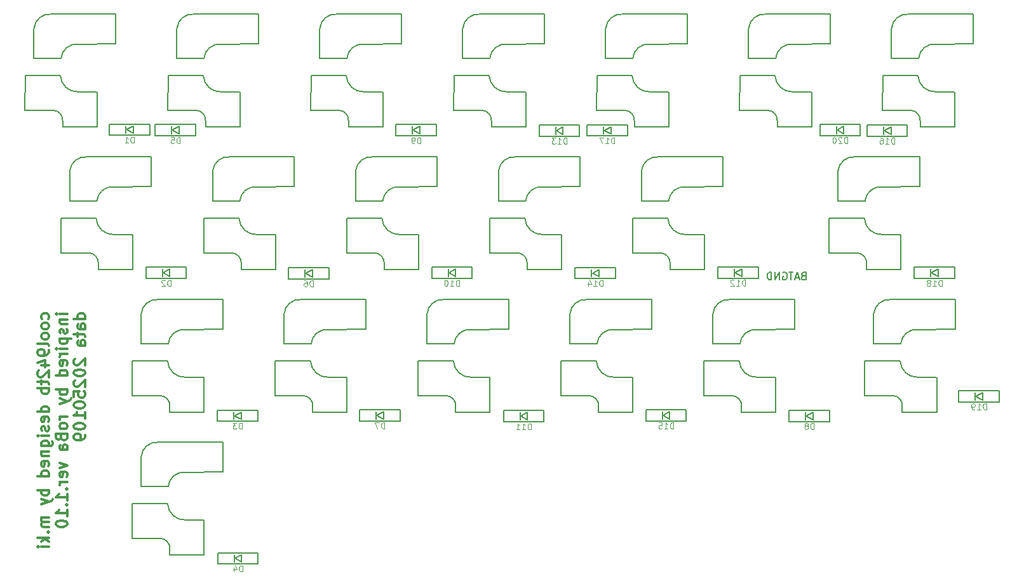
<source format=gbr>
%TF.GenerationSoftware,KiCad,Pcbnew,8.0.7*%
%TF.CreationDate,2025-01-09T22:17:52+09:00*%
%TF.ProjectId,cool937tb_R,636f6f6c-3933-4377-9462-5f522e6b6963,rev?*%
%TF.SameCoordinates,Original*%
%TF.FileFunction,Legend,Bot*%
%TF.FilePolarity,Positive*%
%FSLAX46Y46*%
G04 Gerber Fmt 4.6, Leading zero omitted, Abs format (unit mm)*
G04 Created by KiCad (PCBNEW 8.0.7) date 2025-01-09 22:17:52*
%MOMM*%
%LPD*%
G01*
G04 APERTURE LIST*
%ADD10C,0.300000*%
%ADD11C,0.125000*%
%ADD12C,0.150000*%
G04 APERTURE END LIST*
D10*
X-4170432Y-33867368D02*
X-4099003Y-33724510D01*
X-4099003Y-33724510D02*
X-4099003Y-33438796D01*
X-4099003Y-33438796D02*
X-4170432Y-33295939D01*
X-4170432Y-33295939D02*
X-4241860Y-33224510D01*
X-4241860Y-33224510D02*
X-4384717Y-33153082D01*
X-4384717Y-33153082D02*
X-4813289Y-33153082D01*
X-4813289Y-33153082D02*
X-4956146Y-33224510D01*
X-4956146Y-33224510D02*
X-5027574Y-33295939D01*
X-5027574Y-33295939D02*
X-5099003Y-33438796D01*
X-5099003Y-33438796D02*
X-5099003Y-33724510D01*
X-5099003Y-33724510D02*
X-5027574Y-33867368D01*
X-4099003Y-34724510D02*
X-4170432Y-34581653D01*
X-4170432Y-34581653D02*
X-4241860Y-34510224D01*
X-4241860Y-34510224D02*
X-4384717Y-34438796D01*
X-4384717Y-34438796D02*
X-4813289Y-34438796D01*
X-4813289Y-34438796D02*
X-4956146Y-34510224D01*
X-4956146Y-34510224D02*
X-5027574Y-34581653D01*
X-5027574Y-34581653D02*
X-5099003Y-34724510D01*
X-5099003Y-34724510D02*
X-5099003Y-34938796D01*
X-5099003Y-34938796D02*
X-5027574Y-35081653D01*
X-5027574Y-35081653D02*
X-4956146Y-35153082D01*
X-4956146Y-35153082D02*
X-4813289Y-35224510D01*
X-4813289Y-35224510D02*
X-4384717Y-35224510D01*
X-4384717Y-35224510D02*
X-4241860Y-35153082D01*
X-4241860Y-35153082D02*
X-4170432Y-35081653D01*
X-4170432Y-35081653D02*
X-4099003Y-34938796D01*
X-4099003Y-34938796D02*
X-4099003Y-34724510D01*
X-4099003Y-36081653D02*
X-4170432Y-35938796D01*
X-4170432Y-35938796D02*
X-4241860Y-35867367D01*
X-4241860Y-35867367D02*
X-4384717Y-35795939D01*
X-4384717Y-35795939D02*
X-4813289Y-35795939D01*
X-4813289Y-35795939D02*
X-4956146Y-35867367D01*
X-4956146Y-35867367D02*
X-5027574Y-35938796D01*
X-5027574Y-35938796D02*
X-5099003Y-36081653D01*
X-5099003Y-36081653D02*
X-5099003Y-36295939D01*
X-5099003Y-36295939D02*
X-5027574Y-36438796D01*
X-5027574Y-36438796D02*
X-4956146Y-36510225D01*
X-4956146Y-36510225D02*
X-4813289Y-36581653D01*
X-4813289Y-36581653D02*
X-4384717Y-36581653D01*
X-4384717Y-36581653D02*
X-4241860Y-36510225D01*
X-4241860Y-36510225D02*
X-4170432Y-36438796D01*
X-4170432Y-36438796D02*
X-4099003Y-36295939D01*
X-4099003Y-36295939D02*
X-4099003Y-36081653D01*
X-4099003Y-37438796D02*
X-4170432Y-37295939D01*
X-4170432Y-37295939D02*
X-4313289Y-37224510D01*
X-4313289Y-37224510D02*
X-5599003Y-37224510D01*
X-4099003Y-38081653D02*
X-4099003Y-38367367D01*
X-4099003Y-38367367D02*
X-4170432Y-38510224D01*
X-4170432Y-38510224D02*
X-4241860Y-38581653D01*
X-4241860Y-38581653D02*
X-4456146Y-38724510D01*
X-4456146Y-38724510D02*
X-4741860Y-38795939D01*
X-4741860Y-38795939D02*
X-5313289Y-38795939D01*
X-5313289Y-38795939D02*
X-5456146Y-38724510D01*
X-5456146Y-38724510D02*
X-5527574Y-38653082D01*
X-5527574Y-38653082D02*
X-5599003Y-38510224D01*
X-5599003Y-38510224D02*
X-5599003Y-38224510D01*
X-5599003Y-38224510D02*
X-5527574Y-38081653D01*
X-5527574Y-38081653D02*
X-5456146Y-38010224D01*
X-5456146Y-38010224D02*
X-5313289Y-37938796D01*
X-5313289Y-37938796D02*
X-4956146Y-37938796D01*
X-4956146Y-37938796D02*
X-4813289Y-38010224D01*
X-4813289Y-38010224D02*
X-4741860Y-38081653D01*
X-4741860Y-38081653D02*
X-4670432Y-38224510D01*
X-4670432Y-38224510D02*
X-4670432Y-38510224D01*
X-4670432Y-38510224D02*
X-4741860Y-38653082D01*
X-4741860Y-38653082D02*
X-4813289Y-38724510D01*
X-4813289Y-38724510D02*
X-4956146Y-38795939D01*
X-5099003Y-40081653D02*
X-4099003Y-40081653D01*
X-5670432Y-39724510D02*
X-4599003Y-39367367D01*
X-4599003Y-39367367D02*
X-4599003Y-40295938D01*
X-5456146Y-40795938D02*
X-5527574Y-40867366D01*
X-5527574Y-40867366D02*
X-5599003Y-41010224D01*
X-5599003Y-41010224D02*
X-5599003Y-41367366D01*
X-5599003Y-41367366D02*
X-5527574Y-41510224D01*
X-5527574Y-41510224D02*
X-5456146Y-41581652D01*
X-5456146Y-41581652D02*
X-5313289Y-41653081D01*
X-5313289Y-41653081D02*
X-5170432Y-41653081D01*
X-5170432Y-41653081D02*
X-4956146Y-41581652D01*
X-4956146Y-41581652D02*
X-4099003Y-40724509D01*
X-4099003Y-40724509D02*
X-4099003Y-41653081D01*
X-5099003Y-42081652D02*
X-5099003Y-42653080D01*
X-5599003Y-42295937D02*
X-4313289Y-42295937D01*
X-4313289Y-42295937D02*
X-4170432Y-42367366D01*
X-4170432Y-42367366D02*
X-4099003Y-42510223D01*
X-4099003Y-42510223D02*
X-4099003Y-42653080D01*
X-4099003Y-43153080D02*
X-5599003Y-43153080D01*
X-5027574Y-43153080D02*
X-5099003Y-43295938D01*
X-5099003Y-43295938D02*
X-5099003Y-43581652D01*
X-5099003Y-43581652D02*
X-5027574Y-43724509D01*
X-5027574Y-43724509D02*
X-4956146Y-43795938D01*
X-4956146Y-43795938D02*
X-4813289Y-43867366D01*
X-4813289Y-43867366D02*
X-4384717Y-43867366D01*
X-4384717Y-43867366D02*
X-4241860Y-43795938D01*
X-4241860Y-43795938D02*
X-4170432Y-43724509D01*
X-4170432Y-43724509D02*
X-4099003Y-43581652D01*
X-4099003Y-43581652D02*
X-4099003Y-43295938D01*
X-4099003Y-43295938D02*
X-4170432Y-43153080D01*
X-4099003Y-46295938D02*
X-5599003Y-46295938D01*
X-4170432Y-46295938D02*
X-4099003Y-46153080D01*
X-4099003Y-46153080D02*
X-4099003Y-45867366D01*
X-4099003Y-45867366D02*
X-4170432Y-45724509D01*
X-4170432Y-45724509D02*
X-4241860Y-45653080D01*
X-4241860Y-45653080D02*
X-4384717Y-45581652D01*
X-4384717Y-45581652D02*
X-4813289Y-45581652D01*
X-4813289Y-45581652D02*
X-4956146Y-45653080D01*
X-4956146Y-45653080D02*
X-5027574Y-45724509D01*
X-5027574Y-45724509D02*
X-5099003Y-45867366D01*
X-5099003Y-45867366D02*
X-5099003Y-46153080D01*
X-5099003Y-46153080D02*
X-5027574Y-46295938D01*
X-4170432Y-47581652D02*
X-4099003Y-47438795D01*
X-4099003Y-47438795D02*
X-4099003Y-47153081D01*
X-4099003Y-47153081D02*
X-4170432Y-47010223D01*
X-4170432Y-47010223D02*
X-4313289Y-46938795D01*
X-4313289Y-46938795D02*
X-4884717Y-46938795D01*
X-4884717Y-46938795D02*
X-5027574Y-47010223D01*
X-5027574Y-47010223D02*
X-5099003Y-47153081D01*
X-5099003Y-47153081D02*
X-5099003Y-47438795D01*
X-5099003Y-47438795D02*
X-5027574Y-47581652D01*
X-5027574Y-47581652D02*
X-4884717Y-47653081D01*
X-4884717Y-47653081D02*
X-4741860Y-47653081D01*
X-4741860Y-47653081D02*
X-4599003Y-46938795D01*
X-4170432Y-48224509D02*
X-4099003Y-48367366D01*
X-4099003Y-48367366D02*
X-4099003Y-48653080D01*
X-4099003Y-48653080D02*
X-4170432Y-48795937D01*
X-4170432Y-48795937D02*
X-4313289Y-48867366D01*
X-4313289Y-48867366D02*
X-4384717Y-48867366D01*
X-4384717Y-48867366D02*
X-4527574Y-48795937D01*
X-4527574Y-48795937D02*
X-4599003Y-48653080D01*
X-4599003Y-48653080D02*
X-4599003Y-48438795D01*
X-4599003Y-48438795D02*
X-4670432Y-48295937D01*
X-4670432Y-48295937D02*
X-4813289Y-48224509D01*
X-4813289Y-48224509D02*
X-4884717Y-48224509D01*
X-4884717Y-48224509D02*
X-5027574Y-48295937D01*
X-5027574Y-48295937D02*
X-5099003Y-48438795D01*
X-5099003Y-48438795D02*
X-5099003Y-48653080D01*
X-5099003Y-48653080D02*
X-5027574Y-48795937D01*
X-4099003Y-49510223D02*
X-5099003Y-49510223D01*
X-5599003Y-49510223D02*
X-5527574Y-49438795D01*
X-5527574Y-49438795D02*
X-5456146Y-49510223D01*
X-5456146Y-49510223D02*
X-5527574Y-49581652D01*
X-5527574Y-49581652D02*
X-5599003Y-49510223D01*
X-5599003Y-49510223D02*
X-5456146Y-49510223D01*
X-5099003Y-50867367D02*
X-3884717Y-50867367D01*
X-3884717Y-50867367D02*
X-3741860Y-50795938D01*
X-3741860Y-50795938D02*
X-3670432Y-50724509D01*
X-3670432Y-50724509D02*
X-3599003Y-50581652D01*
X-3599003Y-50581652D02*
X-3599003Y-50367367D01*
X-3599003Y-50367367D02*
X-3670432Y-50224509D01*
X-4170432Y-50867367D02*
X-4099003Y-50724509D01*
X-4099003Y-50724509D02*
X-4099003Y-50438795D01*
X-4099003Y-50438795D02*
X-4170432Y-50295938D01*
X-4170432Y-50295938D02*
X-4241860Y-50224509D01*
X-4241860Y-50224509D02*
X-4384717Y-50153081D01*
X-4384717Y-50153081D02*
X-4813289Y-50153081D01*
X-4813289Y-50153081D02*
X-4956146Y-50224509D01*
X-4956146Y-50224509D02*
X-5027574Y-50295938D01*
X-5027574Y-50295938D02*
X-5099003Y-50438795D01*
X-5099003Y-50438795D02*
X-5099003Y-50724509D01*
X-5099003Y-50724509D02*
X-5027574Y-50867367D01*
X-5099003Y-51581652D02*
X-4099003Y-51581652D01*
X-4956146Y-51581652D02*
X-5027574Y-51653081D01*
X-5027574Y-51653081D02*
X-5099003Y-51795938D01*
X-5099003Y-51795938D02*
X-5099003Y-52010224D01*
X-5099003Y-52010224D02*
X-5027574Y-52153081D01*
X-5027574Y-52153081D02*
X-4884717Y-52224510D01*
X-4884717Y-52224510D02*
X-4099003Y-52224510D01*
X-4170432Y-53510224D02*
X-4099003Y-53367367D01*
X-4099003Y-53367367D02*
X-4099003Y-53081653D01*
X-4099003Y-53081653D02*
X-4170432Y-52938795D01*
X-4170432Y-52938795D02*
X-4313289Y-52867367D01*
X-4313289Y-52867367D02*
X-4884717Y-52867367D01*
X-4884717Y-52867367D02*
X-5027574Y-52938795D01*
X-5027574Y-52938795D02*
X-5099003Y-53081653D01*
X-5099003Y-53081653D02*
X-5099003Y-53367367D01*
X-5099003Y-53367367D02*
X-5027574Y-53510224D01*
X-5027574Y-53510224D02*
X-4884717Y-53581653D01*
X-4884717Y-53581653D02*
X-4741860Y-53581653D01*
X-4741860Y-53581653D02*
X-4599003Y-52867367D01*
X-4099003Y-54867367D02*
X-5599003Y-54867367D01*
X-4170432Y-54867367D02*
X-4099003Y-54724509D01*
X-4099003Y-54724509D02*
X-4099003Y-54438795D01*
X-4099003Y-54438795D02*
X-4170432Y-54295938D01*
X-4170432Y-54295938D02*
X-4241860Y-54224509D01*
X-4241860Y-54224509D02*
X-4384717Y-54153081D01*
X-4384717Y-54153081D02*
X-4813289Y-54153081D01*
X-4813289Y-54153081D02*
X-4956146Y-54224509D01*
X-4956146Y-54224509D02*
X-5027574Y-54295938D01*
X-5027574Y-54295938D02*
X-5099003Y-54438795D01*
X-5099003Y-54438795D02*
X-5099003Y-54724509D01*
X-5099003Y-54724509D02*
X-5027574Y-54867367D01*
X-4099003Y-56724509D02*
X-5599003Y-56724509D01*
X-5027574Y-56724509D02*
X-5099003Y-56867367D01*
X-5099003Y-56867367D02*
X-5099003Y-57153081D01*
X-5099003Y-57153081D02*
X-5027574Y-57295938D01*
X-5027574Y-57295938D02*
X-4956146Y-57367367D01*
X-4956146Y-57367367D02*
X-4813289Y-57438795D01*
X-4813289Y-57438795D02*
X-4384717Y-57438795D01*
X-4384717Y-57438795D02*
X-4241860Y-57367367D01*
X-4241860Y-57367367D02*
X-4170432Y-57295938D01*
X-4170432Y-57295938D02*
X-4099003Y-57153081D01*
X-4099003Y-57153081D02*
X-4099003Y-56867367D01*
X-4099003Y-56867367D02*
X-4170432Y-56724509D01*
X-5099003Y-57938795D02*
X-4099003Y-58295938D01*
X-5099003Y-58653081D02*
X-4099003Y-58295938D01*
X-4099003Y-58295938D02*
X-3741860Y-58153081D01*
X-3741860Y-58153081D02*
X-3670432Y-58081652D01*
X-3670432Y-58081652D02*
X-3599003Y-57938795D01*
X-4099003Y-60367366D02*
X-5099003Y-60367366D01*
X-4956146Y-60367366D02*
X-5027574Y-60438795D01*
X-5027574Y-60438795D02*
X-5099003Y-60581652D01*
X-5099003Y-60581652D02*
X-5099003Y-60795938D01*
X-5099003Y-60795938D02*
X-5027574Y-60938795D01*
X-5027574Y-60938795D02*
X-4884717Y-61010224D01*
X-4884717Y-61010224D02*
X-4099003Y-61010224D01*
X-4884717Y-61010224D02*
X-5027574Y-61081652D01*
X-5027574Y-61081652D02*
X-5099003Y-61224509D01*
X-5099003Y-61224509D02*
X-5099003Y-61438795D01*
X-5099003Y-61438795D02*
X-5027574Y-61581652D01*
X-5027574Y-61581652D02*
X-4884717Y-61653081D01*
X-4884717Y-61653081D02*
X-4099003Y-61653081D01*
X-4241860Y-62367366D02*
X-4170432Y-62438795D01*
X-4170432Y-62438795D02*
X-4099003Y-62367366D01*
X-4099003Y-62367366D02*
X-4170432Y-62295938D01*
X-4170432Y-62295938D02*
X-4241860Y-62367366D01*
X-4241860Y-62367366D02*
X-4099003Y-62367366D01*
X-4099003Y-63081652D02*
X-5599003Y-63081652D01*
X-4670432Y-63224510D02*
X-4099003Y-63653081D01*
X-5099003Y-63653081D02*
X-4527574Y-63081652D01*
X-4099003Y-64295938D02*
X-5099003Y-64295938D01*
X-5599003Y-64295938D02*
X-5527574Y-64224510D01*
X-5527574Y-64224510D02*
X-5456146Y-64295938D01*
X-5456146Y-64295938D02*
X-5527574Y-64367367D01*
X-5527574Y-64367367D02*
X-5599003Y-64295938D01*
X-5599003Y-64295938D02*
X-5456146Y-64295938D01*
X-1684087Y-33224510D02*
X-2684087Y-33224510D01*
X-3184087Y-33224510D02*
X-3112658Y-33153082D01*
X-3112658Y-33153082D02*
X-3041230Y-33224510D01*
X-3041230Y-33224510D02*
X-3112658Y-33295939D01*
X-3112658Y-33295939D02*
X-3184087Y-33224510D01*
X-3184087Y-33224510D02*
X-3041230Y-33224510D01*
X-2684087Y-33938796D02*
X-1684087Y-33938796D01*
X-2541230Y-33938796D02*
X-2612658Y-34010225D01*
X-2612658Y-34010225D02*
X-2684087Y-34153082D01*
X-2684087Y-34153082D02*
X-2684087Y-34367368D01*
X-2684087Y-34367368D02*
X-2612658Y-34510225D01*
X-2612658Y-34510225D02*
X-2469801Y-34581654D01*
X-2469801Y-34581654D02*
X-1684087Y-34581654D01*
X-1755516Y-35224511D02*
X-1684087Y-35367368D01*
X-1684087Y-35367368D02*
X-1684087Y-35653082D01*
X-1684087Y-35653082D02*
X-1755516Y-35795939D01*
X-1755516Y-35795939D02*
X-1898373Y-35867368D01*
X-1898373Y-35867368D02*
X-1969801Y-35867368D01*
X-1969801Y-35867368D02*
X-2112658Y-35795939D01*
X-2112658Y-35795939D02*
X-2184087Y-35653082D01*
X-2184087Y-35653082D02*
X-2184087Y-35438797D01*
X-2184087Y-35438797D02*
X-2255516Y-35295939D01*
X-2255516Y-35295939D02*
X-2398373Y-35224511D01*
X-2398373Y-35224511D02*
X-2469801Y-35224511D01*
X-2469801Y-35224511D02*
X-2612658Y-35295939D01*
X-2612658Y-35295939D02*
X-2684087Y-35438797D01*
X-2684087Y-35438797D02*
X-2684087Y-35653082D01*
X-2684087Y-35653082D02*
X-2612658Y-35795939D01*
X-2684087Y-36510225D02*
X-1184087Y-36510225D01*
X-2612658Y-36510225D02*
X-2684087Y-36653083D01*
X-2684087Y-36653083D02*
X-2684087Y-36938797D01*
X-2684087Y-36938797D02*
X-2612658Y-37081654D01*
X-2612658Y-37081654D02*
X-2541230Y-37153083D01*
X-2541230Y-37153083D02*
X-2398373Y-37224511D01*
X-2398373Y-37224511D02*
X-1969801Y-37224511D01*
X-1969801Y-37224511D02*
X-1826944Y-37153083D01*
X-1826944Y-37153083D02*
X-1755516Y-37081654D01*
X-1755516Y-37081654D02*
X-1684087Y-36938797D01*
X-1684087Y-36938797D02*
X-1684087Y-36653083D01*
X-1684087Y-36653083D02*
X-1755516Y-36510225D01*
X-1684087Y-37867368D02*
X-2684087Y-37867368D01*
X-3184087Y-37867368D02*
X-3112658Y-37795940D01*
X-3112658Y-37795940D02*
X-3041230Y-37867368D01*
X-3041230Y-37867368D02*
X-3112658Y-37938797D01*
X-3112658Y-37938797D02*
X-3184087Y-37867368D01*
X-3184087Y-37867368D02*
X-3041230Y-37867368D01*
X-1684087Y-38581654D02*
X-2684087Y-38581654D01*
X-2398373Y-38581654D02*
X-2541230Y-38653083D01*
X-2541230Y-38653083D02*
X-2612658Y-38724512D01*
X-2612658Y-38724512D02*
X-2684087Y-38867369D01*
X-2684087Y-38867369D02*
X-2684087Y-39010226D01*
X-1755516Y-40081654D02*
X-1684087Y-39938797D01*
X-1684087Y-39938797D02*
X-1684087Y-39653083D01*
X-1684087Y-39653083D02*
X-1755516Y-39510225D01*
X-1755516Y-39510225D02*
X-1898373Y-39438797D01*
X-1898373Y-39438797D02*
X-2469801Y-39438797D01*
X-2469801Y-39438797D02*
X-2612658Y-39510225D01*
X-2612658Y-39510225D02*
X-2684087Y-39653083D01*
X-2684087Y-39653083D02*
X-2684087Y-39938797D01*
X-2684087Y-39938797D02*
X-2612658Y-40081654D01*
X-2612658Y-40081654D02*
X-2469801Y-40153083D01*
X-2469801Y-40153083D02*
X-2326944Y-40153083D01*
X-2326944Y-40153083D02*
X-2184087Y-39438797D01*
X-1684087Y-41438797D02*
X-3184087Y-41438797D01*
X-1755516Y-41438797D02*
X-1684087Y-41295939D01*
X-1684087Y-41295939D02*
X-1684087Y-41010225D01*
X-1684087Y-41010225D02*
X-1755516Y-40867368D01*
X-1755516Y-40867368D02*
X-1826944Y-40795939D01*
X-1826944Y-40795939D02*
X-1969801Y-40724511D01*
X-1969801Y-40724511D02*
X-2398373Y-40724511D01*
X-2398373Y-40724511D02*
X-2541230Y-40795939D01*
X-2541230Y-40795939D02*
X-2612658Y-40867368D01*
X-2612658Y-40867368D02*
X-2684087Y-41010225D01*
X-2684087Y-41010225D02*
X-2684087Y-41295939D01*
X-2684087Y-41295939D02*
X-2612658Y-41438797D01*
X-1684087Y-43295939D02*
X-3184087Y-43295939D01*
X-2612658Y-43295939D02*
X-2684087Y-43438797D01*
X-2684087Y-43438797D02*
X-2684087Y-43724511D01*
X-2684087Y-43724511D02*
X-2612658Y-43867368D01*
X-2612658Y-43867368D02*
X-2541230Y-43938797D01*
X-2541230Y-43938797D02*
X-2398373Y-44010225D01*
X-2398373Y-44010225D02*
X-1969801Y-44010225D01*
X-1969801Y-44010225D02*
X-1826944Y-43938797D01*
X-1826944Y-43938797D02*
X-1755516Y-43867368D01*
X-1755516Y-43867368D02*
X-1684087Y-43724511D01*
X-1684087Y-43724511D02*
X-1684087Y-43438797D01*
X-1684087Y-43438797D02*
X-1755516Y-43295939D01*
X-2684087Y-44510225D02*
X-1684087Y-44867368D01*
X-2684087Y-45224511D02*
X-1684087Y-44867368D01*
X-1684087Y-44867368D02*
X-1326944Y-44724511D01*
X-1326944Y-44724511D02*
X-1255516Y-44653082D01*
X-1255516Y-44653082D02*
X-1184087Y-44510225D01*
X-1684087Y-46938796D02*
X-2684087Y-46938796D01*
X-2398373Y-46938796D02*
X-2541230Y-47010225D01*
X-2541230Y-47010225D02*
X-2612658Y-47081654D01*
X-2612658Y-47081654D02*
X-2684087Y-47224511D01*
X-2684087Y-47224511D02*
X-2684087Y-47367368D01*
X-1684087Y-48081653D02*
X-1755516Y-47938796D01*
X-1755516Y-47938796D02*
X-1826944Y-47867367D01*
X-1826944Y-47867367D02*
X-1969801Y-47795939D01*
X-1969801Y-47795939D02*
X-2398373Y-47795939D01*
X-2398373Y-47795939D02*
X-2541230Y-47867367D01*
X-2541230Y-47867367D02*
X-2612658Y-47938796D01*
X-2612658Y-47938796D02*
X-2684087Y-48081653D01*
X-2684087Y-48081653D02*
X-2684087Y-48295939D01*
X-2684087Y-48295939D02*
X-2612658Y-48438796D01*
X-2612658Y-48438796D02*
X-2541230Y-48510225D01*
X-2541230Y-48510225D02*
X-2398373Y-48581653D01*
X-2398373Y-48581653D02*
X-1969801Y-48581653D01*
X-1969801Y-48581653D02*
X-1826944Y-48510225D01*
X-1826944Y-48510225D02*
X-1755516Y-48438796D01*
X-1755516Y-48438796D02*
X-1684087Y-48295939D01*
X-1684087Y-48295939D02*
X-1684087Y-48081653D01*
X-2469801Y-49724510D02*
X-2398373Y-49938796D01*
X-2398373Y-49938796D02*
X-2326944Y-50010225D01*
X-2326944Y-50010225D02*
X-2184087Y-50081653D01*
X-2184087Y-50081653D02*
X-1969801Y-50081653D01*
X-1969801Y-50081653D02*
X-1826944Y-50010225D01*
X-1826944Y-50010225D02*
X-1755516Y-49938796D01*
X-1755516Y-49938796D02*
X-1684087Y-49795939D01*
X-1684087Y-49795939D02*
X-1684087Y-49224510D01*
X-1684087Y-49224510D02*
X-3184087Y-49224510D01*
X-3184087Y-49224510D02*
X-3184087Y-49724510D01*
X-3184087Y-49724510D02*
X-3112658Y-49867368D01*
X-3112658Y-49867368D02*
X-3041230Y-49938796D01*
X-3041230Y-49938796D02*
X-2898373Y-50010225D01*
X-2898373Y-50010225D02*
X-2755516Y-50010225D01*
X-2755516Y-50010225D02*
X-2612658Y-49938796D01*
X-2612658Y-49938796D02*
X-2541230Y-49867368D01*
X-2541230Y-49867368D02*
X-2469801Y-49724510D01*
X-2469801Y-49724510D02*
X-2469801Y-49224510D01*
X-1684087Y-51367368D02*
X-2469801Y-51367368D01*
X-2469801Y-51367368D02*
X-2612658Y-51295939D01*
X-2612658Y-51295939D02*
X-2684087Y-51153082D01*
X-2684087Y-51153082D02*
X-2684087Y-50867368D01*
X-2684087Y-50867368D02*
X-2612658Y-50724510D01*
X-1755516Y-51367368D02*
X-1684087Y-51224510D01*
X-1684087Y-51224510D02*
X-1684087Y-50867368D01*
X-1684087Y-50867368D02*
X-1755516Y-50724510D01*
X-1755516Y-50724510D02*
X-1898373Y-50653082D01*
X-1898373Y-50653082D02*
X-2041230Y-50653082D01*
X-2041230Y-50653082D02*
X-2184087Y-50724510D01*
X-2184087Y-50724510D02*
X-2255516Y-50867368D01*
X-2255516Y-50867368D02*
X-2255516Y-51224510D01*
X-2255516Y-51224510D02*
X-2326944Y-51367368D01*
X-2684087Y-53081653D02*
X-1684087Y-53438796D01*
X-1684087Y-53438796D02*
X-2684087Y-53795939D01*
X-1755516Y-54938796D02*
X-1684087Y-54795939D01*
X-1684087Y-54795939D02*
X-1684087Y-54510225D01*
X-1684087Y-54510225D02*
X-1755516Y-54367367D01*
X-1755516Y-54367367D02*
X-1898373Y-54295939D01*
X-1898373Y-54295939D02*
X-2469801Y-54295939D01*
X-2469801Y-54295939D02*
X-2612658Y-54367367D01*
X-2612658Y-54367367D02*
X-2684087Y-54510225D01*
X-2684087Y-54510225D02*
X-2684087Y-54795939D01*
X-2684087Y-54795939D02*
X-2612658Y-54938796D01*
X-2612658Y-54938796D02*
X-2469801Y-55010225D01*
X-2469801Y-55010225D02*
X-2326944Y-55010225D01*
X-2326944Y-55010225D02*
X-2184087Y-54295939D01*
X-1684087Y-55653081D02*
X-2684087Y-55653081D01*
X-2398373Y-55653081D02*
X-2541230Y-55724510D01*
X-2541230Y-55724510D02*
X-2612658Y-55795939D01*
X-2612658Y-55795939D02*
X-2684087Y-55938796D01*
X-2684087Y-55938796D02*
X-2684087Y-56081653D01*
X-1826944Y-56581652D02*
X-1755516Y-56653081D01*
X-1755516Y-56653081D02*
X-1684087Y-56581652D01*
X-1684087Y-56581652D02*
X-1755516Y-56510224D01*
X-1755516Y-56510224D02*
X-1826944Y-56581652D01*
X-1826944Y-56581652D02*
X-1684087Y-56581652D01*
X-1684087Y-58081653D02*
X-1684087Y-57224510D01*
X-1684087Y-57653081D02*
X-3184087Y-57653081D01*
X-3184087Y-57653081D02*
X-2969801Y-57510224D01*
X-2969801Y-57510224D02*
X-2826944Y-57367367D01*
X-2826944Y-57367367D02*
X-2755516Y-57224510D01*
X-1826944Y-58724509D02*
X-1755516Y-58795938D01*
X-1755516Y-58795938D02*
X-1684087Y-58724509D01*
X-1684087Y-58724509D02*
X-1755516Y-58653081D01*
X-1755516Y-58653081D02*
X-1826944Y-58724509D01*
X-1826944Y-58724509D02*
X-1684087Y-58724509D01*
X-1684087Y-60224510D02*
X-1684087Y-59367367D01*
X-1684087Y-59795938D02*
X-3184087Y-59795938D01*
X-3184087Y-59795938D02*
X-2969801Y-59653081D01*
X-2969801Y-59653081D02*
X-2826944Y-59510224D01*
X-2826944Y-59510224D02*
X-2755516Y-59367367D01*
X-3184087Y-61153081D02*
X-3184087Y-61295938D01*
X-3184087Y-61295938D02*
X-3112658Y-61438795D01*
X-3112658Y-61438795D02*
X-3041230Y-61510224D01*
X-3041230Y-61510224D02*
X-2898373Y-61581652D01*
X-2898373Y-61581652D02*
X-2612658Y-61653081D01*
X-2612658Y-61653081D02*
X-2255516Y-61653081D01*
X-2255516Y-61653081D02*
X-1969801Y-61581652D01*
X-1969801Y-61581652D02*
X-1826944Y-61510224D01*
X-1826944Y-61510224D02*
X-1755516Y-61438795D01*
X-1755516Y-61438795D02*
X-1684087Y-61295938D01*
X-1684087Y-61295938D02*
X-1684087Y-61153081D01*
X-1684087Y-61153081D02*
X-1755516Y-61010224D01*
X-1755516Y-61010224D02*
X-1826944Y-60938795D01*
X-1826944Y-60938795D02*
X-1969801Y-60867366D01*
X-1969801Y-60867366D02*
X-2255516Y-60795938D01*
X-2255516Y-60795938D02*
X-2612658Y-60795938D01*
X-2612658Y-60795938D02*
X-2898373Y-60867366D01*
X-2898373Y-60867366D02*
X-3041230Y-60938795D01*
X-3041230Y-60938795D02*
X-3112658Y-61010224D01*
X-3112658Y-61010224D02*
X-3184087Y-61153081D01*
X730828Y-33867368D02*
X-769171Y-33867368D01*
X659400Y-33867368D02*
X730828Y-33724510D01*
X730828Y-33724510D02*
X730828Y-33438796D01*
X730828Y-33438796D02*
X659400Y-33295939D01*
X659400Y-33295939D02*
X587971Y-33224510D01*
X587971Y-33224510D02*
X445114Y-33153082D01*
X445114Y-33153082D02*
X16542Y-33153082D01*
X16542Y-33153082D02*
X-126314Y-33224510D01*
X-126314Y-33224510D02*
X-197742Y-33295939D01*
X-197742Y-33295939D02*
X-269171Y-33438796D01*
X-269171Y-33438796D02*
X-269171Y-33724510D01*
X-269171Y-33724510D02*
X-197742Y-33867368D01*
X730828Y-35224511D02*
X-54885Y-35224511D01*
X-54885Y-35224511D02*
X-197742Y-35153082D01*
X-197742Y-35153082D02*
X-269171Y-35010225D01*
X-269171Y-35010225D02*
X-269171Y-34724511D01*
X-269171Y-34724511D02*
X-197742Y-34581653D01*
X659400Y-35224511D02*
X730828Y-35081653D01*
X730828Y-35081653D02*
X730828Y-34724511D01*
X730828Y-34724511D02*
X659400Y-34581653D01*
X659400Y-34581653D02*
X516542Y-34510225D01*
X516542Y-34510225D02*
X373685Y-34510225D01*
X373685Y-34510225D02*
X230828Y-34581653D01*
X230828Y-34581653D02*
X159400Y-34724511D01*
X159400Y-34724511D02*
X159400Y-35081653D01*
X159400Y-35081653D02*
X87971Y-35224511D01*
X-269171Y-35724511D02*
X-269171Y-36295939D01*
X-769171Y-35938796D02*
X516542Y-35938796D01*
X516542Y-35938796D02*
X659400Y-36010225D01*
X659400Y-36010225D02*
X730828Y-36153082D01*
X730828Y-36153082D02*
X730828Y-36295939D01*
X730828Y-37438797D02*
X-54885Y-37438797D01*
X-54885Y-37438797D02*
X-197742Y-37367368D01*
X-197742Y-37367368D02*
X-269171Y-37224511D01*
X-269171Y-37224511D02*
X-269171Y-36938797D01*
X-269171Y-36938797D02*
X-197742Y-36795939D01*
X659400Y-37438797D02*
X730828Y-37295939D01*
X730828Y-37295939D02*
X730828Y-36938797D01*
X730828Y-36938797D02*
X659400Y-36795939D01*
X659400Y-36795939D02*
X516542Y-36724511D01*
X516542Y-36724511D02*
X373685Y-36724511D01*
X373685Y-36724511D02*
X230828Y-36795939D01*
X230828Y-36795939D02*
X159400Y-36938797D01*
X159400Y-36938797D02*
X159400Y-37295939D01*
X159400Y-37295939D02*
X87971Y-37438797D01*
X-626314Y-39224511D02*
X-697742Y-39295939D01*
X-697742Y-39295939D02*
X-769171Y-39438797D01*
X-769171Y-39438797D02*
X-769171Y-39795939D01*
X-769171Y-39795939D02*
X-697742Y-39938797D01*
X-697742Y-39938797D02*
X-626314Y-40010225D01*
X-626314Y-40010225D02*
X-483457Y-40081654D01*
X-483457Y-40081654D02*
X-340600Y-40081654D01*
X-340600Y-40081654D02*
X-126314Y-40010225D01*
X-126314Y-40010225D02*
X730828Y-39153082D01*
X730828Y-39153082D02*
X730828Y-40081654D01*
X-769171Y-41010225D02*
X-769171Y-41153082D01*
X-769171Y-41153082D02*
X-697742Y-41295939D01*
X-697742Y-41295939D02*
X-626314Y-41367368D01*
X-626314Y-41367368D02*
X-483457Y-41438796D01*
X-483457Y-41438796D02*
X-197742Y-41510225D01*
X-197742Y-41510225D02*
X159400Y-41510225D01*
X159400Y-41510225D02*
X445114Y-41438796D01*
X445114Y-41438796D02*
X587971Y-41367368D01*
X587971Y-41367368D02*
X659400Y-41295939D01*
X659400Y-41295939D02*
X730828Y-41153082D01*
X730828Y-41153082D02*
X730828Y-41010225D01*
X730828Y-41010225D02*
X659400Y-40867368D01*
X659400Y-40867368D02*
X587971Y-40795939D01*
X587971Y-40795939D02*
X445114Y-40724510D01*
X445114Y-40724510D02*
X159400Y-40653082D01*
X159400Y-40653082D02*
X-197742Y-40653082D01*
X-197742Y-40653082D02*
X-483457Y-40724510D01*
X-483457Y-40724510D02*
X-626314Y-40795939D01*
X-626314Y-40795939D02*
X-697742Y-40867368D01*
X-697742Y-40867368D02*
X-769171Y-41010225D01*
X-626314Y-42081653D02*
X-697742Y-42153081D01*
X-697742Y-42153081D02*
X-769171Y-42295939D01*
X-769171Y-42295939D02*
X-769171Y-42653081D01*
X-769171Y-42653081D02*
X-697742Y-42795939D01*
X-697742Y-42795939D02*
X-626314Y-42867367D01*
X-626314Y-42867367D02*
X-483457Y-42938796D01*
X-483457Y-42938796D02*
X-340600Y-42938796D01*
X-340600Y-42938796D02*
X-126314Y-42867367D01*
X-126314Y-42867367D02*
X730828Y-42010224D01*
X730828Y-42010224D02*
X730828Y-42938796D01*
X-769171Y-44295938D02*
X-769171Y-43581652D01*
X-769171Y-43581652D02*
X-54885Y-43510224D01*
X-54885Y-43510224D02*
X-126314Y-43581652D01*
X-126314Y-43581652D02*
X-197742Y-43724510D01*
X-197742Y-43724510D02*
X-197742Y-44081652D01*
X-197742Y-44081652D02*
X-126314Y-44224510D01*
X-126314Y-44224510D02*
X-54885Y-44295938D01*
X-54885Y-44295938D02*
X87971Y-44367367D01*
X87971Y-44367367D02*
X445114Y-44367367D01*
X445114Y-44367367D02*
X587971Y-44295938D01*
X587971Y-44295938D02*
X659400Y-44224510D01*
X659400Y-44224510D02*
X730828Y-44081652D01*
X730828Y-44081652D02*
X730828Y-43724510D01*
X730828Y-43724510D02*
X659400Y-43581652D01*
X659400Y-43581652D02*
X587971Y-43510224D01*
X-769171Y-45295938D02*
X-769171Y-45438795D01*
X-769171Y-45438795D02*
X-697742Y-45581652D01*
X-697742Y-45581652D02*
X-626314Y-45653081D01*
X-626314Y-45653081D02*
X-483457Y-45724509D01*
X-483457Y-45724509D02*
X-197742Y-45795938D01*
X-197742Y-45795938D02*
X159400Y-45795938D01*
X159400Y-45795938D02*
X445114Y-45724509D01*
X445114Y-45724509D02*
X587971Y-45653081D01*
X587971Y-45653081D02*
X659400Y-45581652D01*
X659400Y-45581652D02*
X730828Y-45438795D01*
X730828Y-45438795D02*
X730828Y-45295938D01*
X730828Y-45295938D02*
X659400Y-45153081D01*
X659400Y-45153081D02*
X587971Y-45081652D01*
X587971Y-45081652D02*
X445114Y-45010223D01*
X445114Y-45010223D02*
X159400Y-44938795D01*
X159400Y-44938795D02*
X-197742Y-44938795D01*
X-197742Y-44938795D02*
X-483457Y-45010223D01*
X-483457Y-45010223D02*
X-626314Y-45081652D01*
X-626314Y-45081652D02*
X-697742Y-45153081D01*
X-697742Y-45153081D02*
X-769171Y-45295938D01*
X730828Y-47224509D02*
X730828Y-46367366D01*
X730828Y-46795937D02*
X-769171Y-46795937D01*
X-769171Y-46795937D02*
X-554885Y-46653080D01*
X-554885Y-46653080D02*
X-412028Y-46510223D01*
X-412028Y-46510223D02*
X-340600Y-46367366D01*
X-769171Y-48153080D02*
X-769171Y-48295937D01*
X-769171Y-48295937D02*
X-697742Y-48438794D01*
X-697742Y-48438794D02*
X-626314Y-48510223D01*
X-626314Y-48510223D02*
X-483457Y-48581651D01*
X-483457Y-48581651D02*
X-197742Y-48653080D01*
X-197742Y-48653080D02*
X159400Y-48653080D01*
X159400Y-48653080D02*
X445114Y-48581651D01*
X445114Y-48581651D02*
X587971Y-48510223D01*
X587971Y-48510223D02*
X659400Y-48438794D01*
X659400Y-48438794D02*
X730828Y-48295937D01*
X730828Y-48295937D02*
X730828Y-48153080D01*
X730828Y-48153080D02*
X659400Y-48010223D01*
X659400Y-48010223D02*
X587971Y-47938794D01*
X587971Y-47938794D02*
X445114Y-47867365D01*
X445114Y-47867365D02*
X159400Y-47795937D01*
X159400Y-47795937D02*
X-197742Y-47795937D01*
X-197742Y-47795937D02*
X-483457Y-47867365D01*
X-483457Y-47867365D02*
X-626314Y-47938794D01*
X-626314Y-47938794D02*
X-697742Y-48010223D01*
X-697742Y-48010223D02*
X-769171Y-48153080D01*
X730828Y-49367365D02*
X730828Y-49653079D01*
X730828Y-49653079D02*
X659400Y-49795936D01*
X659400Y-49795936D02*
X587971Y-49867365D01*
X587971Y-49867365D02*
X373685Y-50010222D01*
X373685Y-50010222D02*
X87971Y-50081651D01*
X87971Y-50081651D02*
X-483457Y-50081651D01*
X-483457Y-50081651D02*
X-626314Y-50010222D01*
X-626314Y-50010222D02*
X-697742Y-49938794D01*
X-697742Y-49938794D02*
X-769171Y-49795936D01*
X-769171Y-49795936D02*
X-769171Y-49510222D01*
X-769171Y-49510222D02*
X-697742Y-49367365D01*
X-697742Y-49367365D02*
X-626314Y-49295936D01*
X-626314Y-49295936D02*
X-483457Y-49224508D01*
X-483457Y-49224508D02*
X-126314Y-49224508D01*
X-126314Y-49224508D02*
X16542Y-49295936D01*
X16542Y-49295936D02*
X87971Y-49367365D01*
X87971Y-49367365D02*
X159400Y-49510222D01*
X159400Y-49510222D02*
X159400Y-49795936D01*
X159400Y-49795936D02*
X87971Y-49938794D01*
X87971Y-49938794D02*
X16542Y-50010222D01*
X16542Y-50010222D02*
X-126314Y-50081651D01*
D11*
X69701428Y-29523595D02*
X69701428Y-28723595D01*
X69701428Y-28723595D02*
X69510952Y-28723595D01*
X69510952Y-28723595D02*
X69396666Y-28761690D01*
X69396666Y-28761690D02*
X69320476Y-28837880D01*
X69320476Y-28837880D02*
X69282381Y-28914071D01*
X69282381Y-28914071D02*
X69244285Y-29066452D01*
X69244285Y-29066452D02*
X69244285Y-29180738D01*
X69244285Y-29180738D02*
X69282381Y-29333119D01*
X69282381Y-29333119D02*
X69320476Y-29409309D01*
X69320476Y-29409309D02*
X69396666Y-29485500D01*
X69396666Y-29485500D02*
X69510952Y-29523595D01*
X69510952Y-29523595D02*
X69701428Y-29523595D01*
X68482381Y-29523595D02*
X68939524Y-29523595D01*
X68710952Y-29523595D02*
X68710952Y-28723595D01*
X68710952Y-28723595D02*
X68787143Y-28837880D01*
X68787143Y-28837880D02*
X68863333Y-28914071D01*
X68863333Y-28914071D02*
X68939524Y-28952166D01*
X67796666Y-28990261D02*
X67796666Y-29523595D01*
X67987142Y-28685500D02*
X68177619Y-29256928D01*
X68177619Y-29256928D02*
X67682380Y-29256928D01*
X50581428Y-29493595D02*
X50581428Y-28693595D01*
X50581428Y-28693595D02*
X50390952Y-28693595D01*
X50390952Y-28693595D02*
X50276666Y-28731690D01*
X50276666Y-28731690D02*
X50200476Y-28807880D01*
X50200476Y-28807880D02*
X50162381Y-28884071D01*
X50162381Y-28884071D02*
X50124285Y-29036452D01*
X50124285Y-29036452D02*
X50124285Y-29150738D01*
X50124285Y-29150738D02*
X50162381Y-29303119D01*
X50162381Y-29303119D02*
X50200476Y-29379309D01*
X50200476Y-29379309D02*
X50276666Y-29455500D01*
X50276666Y-29455500D02*
X50390952Y-29493595D01*
X50390952Y-29493595D02*
X50581428Y-29493595D01*
X49362381Y-29493595D02*
X49819524Y-29493595D01*
X49590952Y-29493595D02*
X49590952Y-28693595D01*
X49590952Y-28693595D02*
X49667143Y-28807880D01*
X49667143Y-28807880D02*
X49743333Y-28884071D01*
X49743333Y-28884071D02*
X49819524Y-28922166D01*
X48867142Y-28693595D02*
X48790952Y-28693595D01*
X48790952Y-28693595D02*
X48714761Y-28731690D01*
X48714761Y-28731690D02*
X48676666Y-28769785D01*
X48676666Y-28769785D02*
X48638571Y-28845976D01*
X48638571Y-28845976D02*
X48600476Y-28998357D01*
X48600476Y-28998357D02*
X48600476Y-29188833D01*
X48600476Y-29188833D02*
X48638571Y-29341214D01*
X48638571Y-29341214D02*
X48676666Y-29417404D01*
X48676666Y-29417404D02*
X48714761Y-29455500D01*
X48714761Y-29455500D02*
X48790952Y-29493595D01*
X48790952Y-29493595D02*
X48867142Y-29493595D01*
X48867142Y-29493595D02*
X48943333Y-29455500D01*
X48943333Y-29455500D02*
X48981428Y-29417404D01*
X48981428Y-29417404D02*
X49019523Y-29341214D01*
X49019523Y-29341214D02*
X49057619Y-29188833D01*
X49057619Y-29188833D02*
X49057619Y-28998357D01*
X49057619Y-28998357D02*
X49019523Y-28845976D01*
X49019523Y-28845976D02*
X48981428Y-28769785D01*
X48981428Y-28769785D02*
X48943333Y-28731690D01*
X48943333Y-28731690D02*
X48867142Y-28693595D01*
X79121428Y-48533595D02*
X79121428Y-47733595D01*
X79121428Y-47733595D02*
X78930952Y-47733595D01*
X78930952Y-47733595D02*
X78816666Y-47771690D01*
X78816666Y-47771690D02*
X78740476Y-47847880D01*
X78740476Y-47847880D02*
X78702381Y-47924071D01*
X78702381Y-47924071D02*
X78664285Y-48076452D01*
X78664285Y-48076452D02*
X78664285Y-48190738D01*
X78664285Y-48190738D02*
X78702381Y-48343119D01*
X78702381Y-48343119D02*
X78740476Y-48419309D01*
X78740476Y-48419309D02*
X78816666Y-48495500D01*
X78816666Y-48495500D02*
X78930952Y-48533595D01*
X78930952Y-48533595D02*
X79121428Y-48533595D01*
X77902381Y-48533595D02*
X78359524Y-48533595D01*
X78130952Y-48533595D02*
X78130952Y-47733595D01*
X78130952Y-47733595D02*
X78207143Y-47847880D01*
X78207143Y-47847880D02*
X78283333Y-47924071D01*
X78283333Y-47924071D02*
X78359524Y-47962166D01*
X77178571Y-47733595D02*
X77559523Y-47733595D01*
X77559523Y-47733595D02*
X77597619Y-48114547D01*
X77597619Y-48114547D02*
X77559523Y-48076452D01*
X77559523Y-48076452D02*
X77483333Y-48038357D01*
X77483333Y-48038357D02*
X77292857Y-48038357D01*
X77292857Y-48038357D02*
X77216666Y-48076452D01*
X77216666Y-48076452D02*
X77178571Y-48114547D01*
X77178571Y-48114547D02*
X77140476Y-48190738D01*
X77140476Y-48190738D02*
X77140476Y-48381214D01*
X77140476Y-48381214D02*
X77178571Y-48457404D01*
X77178571Y-48457404D02*
X77216666Y-48495500D01*
X77216666Y-48495500D02*
X77292857Y-48533595D01*
X77292857Y-48533595D02*
X77483333Y-48533595D01*
X77483333Y-48533595D02*
X77559523Y-48495500D01*
X77559523Y-48495500D02*
X77597619Y-48457404D01*
X64901428Y-10513595D02*
X64901428Y-9713595D01*
X64901428Y-9713595D02*
X64710952Y-9713595D01*
X64710952Y-9713595D02*
X64596666Y-9751690D01*
X64596666Y-9751690D02*
X64520476Y-9827880D01*
X64520476Y-9827880D02*
X64482381Y-9904071D01*
X64482381Y-9904071D02*
X64444285Y-10056452D01*
X64444285Y-10056452D02*
X64444285Y-10170738D01*
X64444285Y-10170738D02*
X64482381Y-10323119D01*
X64482381Y-10323119D02*
X64520476Y-10399309D01*
X64520476Y-10399309D02*
X64596666Y-10475500D01*
X64596666Y-10475500D02*
X64710952Y-10513595D01*
X64710952Y-10513595D02*
X64901428Y-10513595D01*
X63682381Y-10513595D02*
X64139524Y-10513595D01*
X63910952Y-10513595D02*
X63910952Y-9713595D01*
X63910952Y-9713595D02*
X63987143Y-9827880D01*
X63987143Y-9827880D02*
X64063333Y-9904071D01*
X64063333Y-9904071D02*
X64139524Y-9942166D01*
X63415714Y-9713595D02*
X62920476Y-9713595D01*
X62920476Y-9713595D02*
X63187142Y-10018357D01*
X63187142Y-10018357D02*
X63072857Y-10018357D01*
X63072857Y-10018357D02*
X62996666Y-10056452D01*
X62996666Y-10056452D02*
X62958571Y-10094547D01*
X62958571Y-10094547D02*
X62920476Y-10170738D01*
X62920476Y-10170738D02*
X62920476Y-10361214D01*
X62920476Y-10361214D02*
X62958571Y-10437404D01*
X62958571Y-10437404D02*
X62996666Y-10475500D01*
X62996666Y-10475500D02*
X63072857Y-10513595D01*
X63072857Y-10513595D02*
X63301428Y-10513595D01*
X63301428Y-10513595D02*
X63377619Y-10475500D01*
X63377619Y-10475500D02*
X63415714Y-10437404D01*
X7230475Y-10383595D02*
X7230475Y-9583595D01*
X7230475Y-9583595D02*
X7039999Y-9583595D01*
X7039999Y-9583595D02*
X6925713Y-9621690D01*
X6925713Y-9621690D02*
X6849523Y-9697880D01*
X6849523Y-9697880D02*
X6811428Y-9774071D01*
X6811428Y-9774071D02*
X6773332Y-9926452D01*
X6773332Y-9926452D02*
X6773332Y-10040738D01*
X6773332Y-10040738D02*
X6811428Y-10193119D01*
X6811428Y-10193119D02*
X6849523Y-10269309D01*
X6849523Y-10269309D02*
X6925713Y-10345500D01*
X6925713Y-10345500D02*
X7039999Y-10383595D01*
X7039999Y-10383595D02*
X7230475Y-10383595D01*
X6011428Y-10383595D02*
X6468571Y-10383595D01*
X6239999Y-10383595D02*
X6239999Y-9583595D01*
X6239999Y-9583595D02*
X6316190Y-9697880D01*
X6316190Y-9697880D02*
X6392380Y-9774071D01*
X6392380Y-9774071D02*
X6468571Y-9812166D01*
X12110475Y-29493595D02*
X12110475Y-28693595D01*
X12110475Y-28693595D02*
X11919999Y-28693595D01*
X11919999Y-28693595D02*
X11805713Y-28731690D01*
X11805713Y-28731690D02*
X11729523Y-28807880D01*
X11729523Y-28807880D02*
X11691428Y-28884071D01*
X11691428Y-28884071D02*
X11653332Y-29036452D01*
X11653332Y-29036452D02*
X11653332Y-29150738D01*
X11653332Y-29150738D02*
X11691428Y-29303119D01*
X11691428Y-29303119D02*
X11729523Y-29379309D01*
X11729523Y-29379309D02*
X11805713Y-29455500D01*
X11805713Y-29455500D02*
X11919999Y-29493595D01*
X11919999Y-29493595D02*
X12110475Y-29493595D01*
X11348571Y-28769785D02*
X11310475Y-28731690D01*
X11310475Y-28731690D02*
X11234285Y-28693595D01*
X11234285Y-28693595D02*
X11043809Y-28693595D01*
X11043809Y-28693595D02*
X10967618Y-28731690D01*
X10967618Y-28731690D02*
X10929523Y-28769785D01*
X10929523Y-28769785D02*
X10891428Y-28845976D01*
X10891428Y-28845976D02*
X10891428Y-28922166D01*
X10891428Y-28922166D02*
X10929523Y-29036452D01*
X10929523Y-29036452D02*
X11386666Y-29493595D01*
X11386666Y-29493595D02*
X10891428Y-29493595D01*
X71281428Y-10473595D02*
X71281428Y-9673595D01*
X71281428Y-9673595D02*
X71090952Y-9673595D01*
X71090952Y-9673595D02*
X70976666Y-9711690D01*
X70976666Y-9711690D02*
X70900476Y-9787880D01*
X70900476Y-9787880D02*
X70862381Y-9864071D01*
X70862381Y-9864071D02*
X70824285Y-10016452D01*
X70824285Y-10016452D02*
X70824285Y-10130738D01*
X70824285Y-10130738D02*
X70862381Y-10283119D01*
X70862381Y-10283119D02*
X70900476Y-10359309D01*
X70900476Y-10359309D02*
X70976666Y-10435500D01*
X70976666Y-10435500D02*
X71090952Y-10473595D01*
X71090952Y-10473595D02*
X71281428Y-10473595D01*
X70062381Y-10473595D02*
X70519524Y-10473595D01*
X70290952Y-10473595D02*
X70290952Y-9673595D01*
X70290952Y-9673595D02*
X70367143Y-9787880D01*
X70367143Y-9787880D02*
X70443333Y-9864071D01*
X70443333Y-9864071D02*
X70519524Y-9902166D01*
X69795714Y-9673595D02*
X69262380Y-9673595D01*
X69262380Y-9673595D02*
X69605238Y-10473595D01*
X40610475Y-48513595D02*
X40610475Y-47713595D01*
X40610475Y-47713595D02*
X40419999Y-47713595D01*
X40419999Y-47713595D02*
X40305713Y-47751690D01*
X40305713Y-47751690D02*
X40229523Y-47827880D01*
X40229523Y-47827880D02*
X40191428Y-47904071D01*
X40191428Y-47904071D02*
X40153332Y-48056452D01*
X40153332Y-48056452D02*
X40153332Y-48170738D01*
X40153332Y-48170738D02*
X40191428Y-48323119D01*
X40191428Y-48323119D02*
X40229523Y-48399309D01*
X40229523Y-48399309D02*
X40305713Y-48475500D01*
X40305713Y-48475500D02*
X40419999Y-48513595D01*
X40419999Y-48513595D02*
X40610475Y-48513595D01*
X39886666Y-47713595D02*
X39353332Y-47713595D01*
X39353332Y-47713595D02*
X39696190Y-48513595D01*
X60151428Y-48643595D02*
X60151428Y-47843595D01*
X60151428Y-47843595D02*
X59960952Y-47843595D01*
X59960952Y-47843595D02*
X59846666Y-47881690D01*
X59846666Y-47881690D02*
X59770476Y-47957880D01*
X59770476Y-47957880D02*
X59732381Y-48034071D01*
X59732381Y-48034071D02*
X59694285Y-48186452D01*
X59694285Y-48186452D02*
X59694285Y-48300738D01*
X59694285Y-48300738D02*
X59732381Y-48453119D01*
X59732381Y-48453119D02*
X59770476Y-48529309D01*
X59770476Y-48529309D02*
X59846666Y-48605500D01*
X59846666Y-48605500D02*
X59960952Y-48643595D01*
X59960952Y-48643595D02*
X60151428Y-48643595D01*
X58932381Y-48643595D02*
X59389524Y-48643595D01*
X59160952Y-48643595D02*
X59160952Y-47843595D01*
X59160952Y-47843595D02*
X59237143Y-47957880D01*
X59237143Y-47957880D02*
X59313333Y-48034071D01*
X59313333Y-48034071D02*
X59389524Y-48072166D01*
X58170476Y-48643595D02*
X58627619Y-48643595D01*
X58399047Y-48643595D02*
X58399047Y-47843595D01*
X58399047Y-47843595D02*
X58475238Y-47957880D01*
X58475238Y-47957880D02*
X58551428Y-48034071D01*
X58551428Y-48034071D02*
X58627619Y-48072166D01*
X114901428Y-29503595D02*
X114901428Y-28703595D01*
X114901428Y-28703595D02*
X114710952Y-28703595D01*
X114710952Y-28703595D02*
X114596666Y-28741690D01*
X114596666Y-28741690D02*
X114520476Y-28817880D01*
X114520476Y-28817880D02*
X114482381Y-28894071D01*
X114482381Y-28894071D02*
X114444285Y-29046452D01*
X114444285Y-29046452D02*
X114444285Y-29160738D01*
X114444285Y-29160738D02*
X114482381Y-29313119D01*
X114482381Y-29313119D02*
X114520476Y-29389309D01*
X114520476Y-29389309D02*
X114596666Y-29465500D01*
X114596666Y-29465500D02*
X114710952Y-29503595D01*
X114710952Y-29503595D02*
X114901428Y-29503595D01*
X113682381Y-29503595D02*
X114139524Y-29503595D01*
X113910952Y-29503595D02*
X113910952Y-28703595D01*
X113910952Y-28703595D02*
X113987143Y-28817880D01*
X113987143Y-28817880D02*
X114063333Y-28894071D01*
X114063333Y-28894071D02*
X114139524Y-28932166D01*
X113225238Y-29046452D02*
X113301428Y-29008357D01*
X113301428Y-29008357D02*
X113339523Y-28970261D01*
X113339523Y-28970261D02*
X113377619Y-28894071D01*
X113377619Y-28894071D02*
X113377619Y-28855976D01*
X113377619Y-28855976D02*
X113339523Y-28779785D01*
X113339523Y-28779785D02*
X113301428Y-28741690D01*
X113301428Y-28741690D02*
X113225238Y-28703595D01*
X113225238Y-28703595D02*
X113072857Y-28703595D01*
X113072857Y-28703595D02*
X112996666Y-28741690D01*
X112996666Y-28741690D02*
X112958571Y-28779785D01*
X112958571Y-28779785D02*
X112920476Y-28855976D01*
X112920476Y-28855976D02*
X112920476Y-28894071D01*
X112920476Y-28894071D02*
X112958571Y-28970261D01*
X112958571Y-28970261D02*
X112996666Y-29008357D01*
X112996666Y-29008357D02*
X113072857Y-29046452D01*
X113072857Y-29046452D02*
X113225238Y-29046452D01*
X113225238Y-29046452D02*
X113301428Y-29084547D01*
X113301428Y-29084547D02*
X113339523Y-29122642D01*
X113339523Y-29122642D02*
X113377619Y-29198833D01*
X113377619Y-29198833D02*
X113377619Y-29351214D01*
X113377619Y-29351214D02*
X113339523Y-29427404D01*
X113339523Y-29427404D02*
X113301428Y-29465500D01*
X113301428Y-29465500D02*
X113225238Y-29503595D01*
X113225238Y-29503595D02*
X113072857Y-29503595D01*
X113072857Y-29503595D02*
X112996666Y-29465500D01*
X112996666Y-29465500D02*
X112958571Y-29427404D01*
X112958571Y-29427404D02*
X112920476Y-29351214D01*
X112920476Y-29351214D02*
X112920476Y-29198833D01*
X112920476Y-29198833D02*
X112958571Y-29122642D01*
X112958571Y-29122642D02*
X112996666Y-29084547D01*
X112996666Y-29084547D02*
X113072857Y-29046452D01*
X21680475Y-67613595D02*
X21680475Y-66813595D01*
X21680475Y-66813595D02*
X21489999Y-66813595D01*
X21489999Y-66813595D02*
X21375713Y-66851690D01*
X21375713Y-66851690D02*
X21299523Y-66927880D01*
X21299523Y-66927880D02*
X21261428Y-67004071D01*
X21261428Y-67004071D02*
X21223332Y-67156452D01*
X21223332Y-67156452D02*
X21223332Y-67270738D01*
X21223332Y-67270738D02*
X21261428Y-67423119D01*
X21261428Y-67423119D02*
X21299523Y-67499309D01*
X21299523Y-67499309D02*
X21375713Y-67575500D01*
X21375713Y-67575500D02*
X21489999Y-67613595D01*
X21489999Y-67613595D02*
X21680475Y-67613595D01*
X20537618Y-67080261D02*
X20537618Y-67613595D01*
X20728094Y-66775500D02*
X20918571Y-67346928D01*
X20918571Y-67346928D02*
X20423332Y-67346928D01*
X120821428Y-45963595D02*
X120821428Y-45163595D01*
X120821428Y-45163595D02*
X120630952Y-45163595D01*
X120630952Y-45163595D02*
X120516666Y-45201690D01*
X120516666Y-45201690D02*
X120440476Y-45277880D01*
X120440476Y-45277880D02*
X120402381Y-45354071D01*
X120402381Y-45354071D02*
X120364285Y-45506452D01*
X120364285Y-45506452D02*
X120364285Y-45620738D01*
X120364285Y-45620738D02*
X120402381Y-45773119D01*
X120402381Y-45773119D02*
X120440476Y-45849309D01*
X120440476Y-45849309D02*
X120516666Y-45925500D01*
X120516666Y-45925500D02*
X120630952Y-45963595D01*
X120630952Y-45963595D02*
X120821428Y-45963595D01*
X119602381Y-45963595D02*
X120059524Y-45963595D01*
X119830952Y-45963595D02*
X119830952Y-45163595D01*
X119830952Y-45163595D02*
X119907143Y-45277880D01*
X119907143Y-45277880D02*
X119983333Y-45354071D01*
X119983333Y-45354071D02*
X120059524Y-45392166D01*
X119221428Y-45963595D02*
X119069047Y-45963595D01*
X119069047Y-45963595D02*
X118992857Y-45925500D01*
X118992857Y-45925500D02*
X118954761Y-45887404D01*
X118954761Y-45887404D02*
X118878571Y-45773119D01*
X118878571Y-45773119D02*
X118840476Y-45620738D01*
X118840476Y-45620738D02*
X118840476Y-45315976D01*
X118840476Y-45315976D02*
X118878571Y-45239785D01*
X118878571Y-45239785D02*
X118916666Y-45201690D01*
X118916666Y-45201690D02*
X118992857Y-45163595D01*
X118992857Y-45163595D02*
X119145238Y-45163595D01*
X119145238Y-45163595D02*
X119221428Y-45201690D01*
X119221428Y-45201690D02*
X119259523Y-45239785D01*
X119259523Y-45239785D02*
X119297619Y-45315976D01*
X119297619Y-45315976D02*
X119297619Y-45506452D01*
X119297619Y-45506452D02*
X119259523Y-45582642D01*
X119259523Y-45582642D02*
X119221428Y-45620738D01*
X119221428Y-45620738D02*
X119145238Y-45658833D01*
X119145238Y-45658833D02*
X118992857Y-45658833D01*
X118992857Y-45658833D02*
X118916666Y-45620738D01*
X118916666Y-45620738D02*
X118878571Y-45582642D01*
X118878571Y-45582642D02*
X118840476Y-45506452D01*
X13350475Y-10433595D02*
X13350475Y-9633595D01*
X13350475Y-9633595D02*
X13159999Y-9633595D01*
X13159999Y-9633595D02*
X13045713Y-9671690D01*
X13045713Y-9671690D02*
X12969523Y-9747880D01*
X12969523Y-9747880D02*
X12931428Y-9824071D01*
X12931428Y-9824071D02*
X12893332Y-9976452D01*
X12893332Y-9976452D02*
X12893332Y-10090738D01*
X12893332Y-10090738D02*
X12931428Y-10243119D01*
X12931428Y-10243119D02*
X12969523Y-10319309D01*
X12969523Y-10319309D02*
X13045713Y-10395500D01*
X13045713Y-10395500D02*
X13159999Y-10433595D01*
X13159999Y-10433595D02*
X13350475Y-10433595D01*
X12169523Y-9633595D02*
X12550475Y-9633595D01*
X12550475Y-9633595D02*
X12588571Y-10014547D01*
X12588571Y-10014547D02*
X12550475Y-9976452D01*
X12550475Y-9976452D02*
X12474285Y-9938357D01*
X12474285Y-9938357D02*
X12283809Y-9938357D01*
X12283809Y-9938357D02*
X12207618Y-9976452D01*
X12207618Y-9976452D02*
X12169523Y-10014547D01*
X12169523Y-10014547D02*
X12131428Y-10090738D01*
X12131428Y-10090738D02*
X12131428Y-10281214D01*
X12131428Y-10281214D02*
X12169523Y-10357404D01*
X12169523Y-10357404D02*
X12207618Y-10395500D01*
X12207618Y-10395500D02*
X12283809Y-10433595D01*
X12283809Y-10433595D02*
X12474285Y-10433595D01*
X12474285Y-10433595D02*
X12550475Y-10395500D01*
X12550475Y-10395500D02*
X12588571Y-10357404D01*
X88721428Y-29463595D02*
X88721428Y-28663595D01*
X88721428Y-28663595D02*
X88530952Y-28663595D01*
X88530952Y-28663595D02*
X88416666Y-28701690D01*
X88416666Y-28701690D02*
X88340476Y-28777880D01*
X88340476Y-28777880D02*
X88302381Y-28854071D01*
X88302381Y-28854071D02*
X88264285Y-29006452D01*
X88264285Y-29006452D02*
X88264285Y-29120738D01*
X88264285Y-29120738D02*
X88302381Y-29273119D01*
X88302381Y-29273119D02*
X88340476Y-29349309D01*
X88340476Y-29349309D02*
X88416666Y-29425500D01*
X88416666Y-29425500D02*
X88530952Y-29463595D01*
X88530952Y-29463595D02*
X88721428Y-29463595D01*
X87502381Y-29463595D02*
X87959524Y-29463595D01*
X87730952Y-29463595D02*
X87730952Y-28663595D01*
X87730952Y-28663595D02*
X87807143Y-28777880D01*
X87807143Y-28777880D02*
X87883333Y-28854071D01*
X87883333Y-28854071D02*
X87959524Y-28892166D01*
X87197619Y-28739785D02*
X87159523Y-28701690D01*
X87159523Y-28701690D02*
X87083333Y-28663595D01*
X87083333Y-28663595D02*
X86892857Y-28663595D01*
X86892857Y-28663595D02*
X86816666Y-28701690D01*
X86816666Y-28701690D02*
X86778571Y-28739785D01*
X86778571Y-28739785D02*
X86740476Y-28815976D01*
X86740476Y-28815976D02*
X86740476Y-28892166D01*
X86740476Y-28892166D02*
X86778571Y-29006452D01*
X86778571Y-29006452D02*
X87235714Y-29463595D01*
X87235714Y-29463595D02*
X86740476Y-29463595D01*
X21630475Y-48573595D02*
X21630475Y-47773595D01*
X21630475Y-47773595D02*
X21439999Y-47773595D01*
X21439999Y-47773595D02*
X21325713Y-47811690D01*
X21325713Y-47811690D02*
X21249523Y-47887880D01*
X21249523Y-47887880D02*
X21211428Y-47964071D01*
X21211428Y-47964071D02*
X21173332Y-48116452D01*
X21173332Y-48116452D02*
X21173332Y-48230738D01*
X21173332Y-48230738D02*
X21211428Y-48383119D01*
X21211428Y-48383119D02*
X21249523Y-48459309D01*
X21249523Y-48459309D02*
X21325713Y-48535500D01*
X21325713Y-48535500D02*
X21439999Y-48573595D01*
X21439999Y-48573595D02*
X21630475Y-48573595D01*
X20906666Y-47773595D02*
X20411428Y-47773595D01*
X20411428Y-47773595D02*
X20678094Y-48078357D01*
X20678094Y-48078357D02*
X20563809Y-48078357D01*
X20563809Y-48078357D02*
X20487618Y-48116452D01*
X20487618Y-48116452D02*
X20449523Y-48154547D01*
X20449523Y-48154547D02*
X20411428Y-48230738D01*
X20411428Y-48230738D02*
X20411428Y-48421214D01*
X20411428Y-48421214D02*
X20449523Y-48497404D01*
X20449523Y-48497404D02*
X20487618Y-48535500D01*
X20487618Y-48535500D02*
X20563809Y-48573595D01*
X20563809Y-48573595D02*
X20792380Y-48573595D01*
X20792380Y-48573595D02*
X20868571Y-48535500D01*
X20868571Y-48535500D02*
X20906666Y-48497404D01*
D12*
X96456137Y-28139759D02*
X96313280Y-28187378D01*
X96313280Y-28187378D02*
X96265661Y-28234997D01*
X96265661Y-28234997D02*
X96218042Y-28330235D01*
X96218042Y-28330235D02*
X96218042Y-28473092D01*
X96218042Y-28473092D02*
X96265661Y-28568330D01*
X96265661Y-28568330D02*
X96313280Y-28615950D01*
X96313280Y-28615950D02*
X96408518Y-28663569D01*
X96408518Y-28663569D02*
X96789470Y-28663569D01*
X96789470Y-28663569D02*
X96789470Y-27663569D01*
X96789470Y-27663569D02*
X96456137Y-27663569D01*
X96456137Y-27663569D02*
X96360899Y-27711188D01*
X96360899Y-27711188D02*
X96313280Y-27758807D01*
X96313280Y-27758807D02*
X96265661Y-27854045D01*
X96265661Y-27854045D02*
X96265661Y-27949283D01*
X96265661Y-27949283D02*
X96313280Y-28044521D01*
X96313280Y-28044521D02*
X96360899Y-28092140D01*
X96360899Y-28092140D02*
X96456137Y-28139759D01*
X96456137Y-28139759D02*
X96789470Y-28139759D01*
X95837089Y-28377854D02*
X95360899Y-28377854D01*
X95932327Y-28663569D02*
X95598994Y-27663569D01*
X95598994Y-27663569D02*
X95265661Y-28663569D01*
X95075184Y-27663569D02*
X94503756Y-27663569D01*
X94789470Y-28663569D02*
X94789470Y-27663569D01*
X93715661Y-27701188D02*
X93810899Y-27653569D01*
X93810899Y-27653569D02*
X93953756Y-27653569D01*
X93953756Y-27653569D02*
X94096613Y-27701188D01*
X94096613Y-27701188D02*
X94191851Y-27796426D01*
X94191851Y-27796426D02*
X94239470Y-27891664D01*
X94239470Y-27891664D02*
X94287089Y-28082140D01*
X94287089Y-28082140D02*
X94287089Y-28224997D01*
X94287089Y-28224997D02*
X94239470Y-28415473D01*
X94239470Y-28415473D02*
X94191851Y-28510711D01*
X94191851Y-28510711D02*
X94096613Y-28605950D01*
X94096613Y-28605950D02*
X93953756Y-28653569D01*
X93953756Y-28653569D02*
X93858518Y-28653569D01*
X93858518Y-28653569D02*
X93715661Y-28605950D01*
X93715661Y-28605950D02*
X93668042Y-28558330D01*
X93668042Y-28558330D02*
X93668042Y-28224997D01*
X93668042Y-28224997D02*
X93858518Y-28224997D01*
X93239470Y-28653569D02*
X93239470Y-27653569D01*
X93239470Y-27653569D02*
X92668042Y-28653569D01*
X92668042Y-28653569D02*
X92668042Y-27653569D01*
X92191851Y-28653569D02*
X92191851Y-27653569D01*
X92191851Y-27653569D02*
X91953756Y-27653569D01*
X91953756Y-27653569D02*
X91810899Y-27701188D01*
X91810899Y-27701188D02*
X91715661Y-27796426D01*
X91715661Y-27796426D02*
X91668042Y-27891664D01*
X91668042Y-27891664D02*
X91620423Y-28082140D01*
X91620423Y-28082140D02*
X91620423Y-28224997D01*
X91620423Y-28224997D02*
X91668042Y-28415473D01*
X91668042Y-28415473D02*
X91715661Y-28510711D01*
X91715661Y-28510711D02*
X91810899Y-28605950D01*
X91810899Y-28605950D02*
X91953756Y-28653569D01*
X91953756Y-28653569D02*
X92191851Y-28653569D01*
D11*
X31090475Y-29543595D02*
X31090475Y-28743595D01*
X31090475Y-28743595D02*
X30899999Y-28743595D01*
X30899999Y-28743595D02*
X30785713Y-28781690D01*
X30785713Y-28781690D02*
X30709523Y-28857880D01*
X30709523Y-28857880D02*
X30671428Y-28934071D01*
X30671428Y-28934071D02*
X30633332Y-29086452D01*
X30633332Y-29086452D02*
X30633332Y-29200738D01*
X30633332Y-29200738D02*
X30671428Y-29353119D01*
X30671428Y-29353119D02*
X30709523Y-29429309D01*
X30709523Y-29429309D02*
X30785713Y-29505500D01*
X30785713Y-29505500D02*
X30899999Y-29543595D01*
X30899999Y-29543595D02*
X31090475Y-29543595D01*
X29947618Y-28743595D02*
X30099999Y-28743595D01*
X30099999Y-28743595D02*
X30176190Y-28781690D01*
X30176190Y-28781690D02*
X30214285Y-28819785D01*
X30214285Y-28819785D02*
X30290475Y-28934071D01*
X30290475Y-28934071D02*
X30328571Y-29086452D01*
X30328571Y-29086452D02*
X30328571Y-29391214D01*
X30328571Y-29391214D02*
X30290475Y-29467404D01*
X30290475Y-29467404D02*
X30252380Y-29505500D01*
X30252380Y-29505500D02*
X30176190Y-29543595D01*
X30176190Y-29543595D02*
X30023809Y-29543595D01*
X30023809Y-29543595D02*
X29947618Y-29505500D01*
X29947618Y-29505500D02*
X29909523Y-29467404D01*
X29909523Y-29467404D02*
X29871428Y-29391214D01*
X29871428Y-29391214D02*
X29871428Y-29200738D01*
X29871428Y-29200738D02*
X29909523Y-29124547D01*
X29909523Y-29124547D02*
X29947618Y-29086452D01*
X29947618Y-29086452D02*
X30023809Y-29048357D01*
X30023809Y-29048357D02*
X30176190Y-29048357D01*
X30176190Y-29048357D02*
X30252380Y-29086452D01*
X30252380Y-29086452D02*
X30290475Y-29124547D01*
X30290475Y-29124547D02*
X30328571Y-29200738D01*
X108591428Y-10493595D02*
X108591428Y-9693595D01*
X108591428Y-9693595D02*
X108400952Y-9693595D01*
X108400952Y-9693595D02*
X108286666Y-9731690D01*
X108286666Y-9731690D02*
X108210476Y-9807880D01*
X108210476Y-9807880D02*
X108172381Y-9884071D01*
X108172381Y-9884071D02*
X108134285Y-10036452D01*
X108134285Y-10036452D02*
X108134285Y-10150738D01*
X108134285Y-10150738D02*
X108172381Y-10303119D01*
X108172381Y-10303119D02*
X108210476Y-10379309D01*
X108210476Y-10379309D02*
X108286666Y-10455500D01*
X108286666Y-10455500D02*
X108400952Y-10493595D01*
X108400952Y-10493595D02*
X108591428Y-10493595D01*
X107372381Y-10493595D02*
X107829524Y-10493595D01*
X107600952Y-10493595D02*
X107600952Y-9693595D01*
X107600952Y-9693595D02*
X107677143Y-9807880D01*
X107677143Y-9807880D02*
X107753333Y-9884071D01*
X107753333Y-9884071D02*
X107829524Y-9922166D01*
X106686666Y-9693595D02*
X106839047Y-9693595D01*
X106839047Y-9693595D02*
X106915238Y-9731690D01*
X106915238Y-9731690D02*
X106953333Y-9769785D01*
X106953333Y-9769785D02*
X107029523Y-9884071D01*
X107029523Y-9884071D02*
X107067619Y-10036452D01*
X107067619Y-10036452D02*
X107067619Y-10341214D01*
X107067619Y-10341214D02*
X107029523Y-10417404D01*
X107029523Y-10417404D02*
X106991428Y-10455500D01*
X106991428Y-10455500D02*
X106915238Y-10493595D01*
X106915238Y-10493595D02*
X106762857Y-10493595D01*
X106762857Y-10493595D02*
X106686666Y-10455500D01*
X106686666Y-10455500D02*
X106648571Y-10417404D01*
X106648571Y-10417404D02*
X106610476Y-10341214D01*
X106610476Y-10341214D02*
X106610476Y-10150738D01*
X106610476Y-10150738D02*
X106648571Y-10074547D01*
X106648571Y-10074547D02*
X106686666Y-10036452D01*
X106686666Y-10036452D02*
X106762857Y-9998357D01*
X106762857Y-9998357D02*
X106915238Y-9998357D01*
X106915238Y-9998357D02*
X106991428Y-10036452D01*
X106991428Y-10036452D02*
X107029523Y-10074547D01*
X107029523Y-10074547D02*
X107067619Y-10150738D01*
X102311428Y-10403595D02*
X102311428Y-9603595D01*
X102311428Y-9603595D02*
X102120952Y-9603595D01*
X102120952Y-9603595D02*
X102006666Y-9641690D01*
X102006666Y-9641690D02*
X101930476Y-9717880D01*
X101930476Y-9717880D02*
X101892381Y-9794071D01*
X101892381Y-9794071D02*
X101854285Y-9946452D01*
X101854285Y-9946452D02*
X101854285Y-10060738D01*
X101854285Y-10060738D02*
X101892381Y-10213119D01*
X101892381Y-10213119D02*
X101930476Y-10289309D01*
X101930476Y-10289309D02*
X102006666Y-10365500D01*
X102006666Y-10365500D02*
X102120952Y-10403595D01*
X102120952Y-10403595D02*
X102311428Y-10403595D01*
X101549524Y-9679785D02*
X101511428Y-9641690D01*
X101511428Y-9641690D02*
X101435238Y-9603595D01*
X101435238Y-9603595D02*
X101244762Y-9603595D01*
X101244762Y-9603595D02*
X101168571Y-9641690D01*
X101168571Y-9641690D02*
X101130476Y-9679785D01*
X101130476Y-9679785D02*
X101092381Y-9755976D01*
X101092381Y-9755976D02*
X101092381Y-9832166D01*
X101092381Y-9832166D02*
X101130476Y-9946452D01*
X101130476Y-9946452D02*
X101587619Y-10403595D01*
X101587619Y-10403595D02*
X101092381Y-10403595D01*
X100597142Y-9603595D02*
X100520952Y-9603595D01*
X100520952Y-9603595D02*
X100444761Y-9641690D01*
X100444761Y-9641690D02*
X100406666Y-9679785D01*
X100406666Y-9679785D02*
X100368571Y-9755976D01*
X100368571Y-9755976D02*
X100330476Y-9908357D01*
X100330476Y-9908357D02*
X100330476Y-10098833D01*
X100330476Y-10098833D02*
X100368571Y-10251214D01*
X100368571Y-10251214D02*
X100406666Y-10327404D01*
X100406666Y-10327404D02*
X100444761Y-10365500D01*
X100444761Y-10365500D02*
X100520952Y-10403595D01*
X100520952Y-10403595D02*
X100597142Y-10403595D01*
X100597142Y-10403595D02*
X100673333Y-10365500D01*
X100673333Y-10365500D02*
X100711428Y-10327404D01*
X100711428Y-10327404D02*
X100749523Y-10251214D01*
X100749523Y-10251214D02*
X100787619Y-10098833D01*
X100787619Y-10098833D02*
X100787619Y-9908357D01*
X100787619Y-9908357D02*
X100749523Y-9755976D01*
X100749523Y-9755976D02*
X100711428Y-9679785D01*
X100711428Y-9679785D02*
X100673333Y-9641690D01*
X100673333Y-9641690D02*
X100597142Y-9603595D01*
X45420475Y-10443595D02*
X45420475Y-9643595D01*
X45420475Y-9643595D02*
X45229999Y-9643595D01*
X45229999Y-9643595D02*
X45115713Y-9681690D01*
X45115713Y-9681690D02*
X45039523Y-9757880D01*
X45039523Y-9757880D02*
X45001428Y-9834071D01*
X45001428Y-9834071D02*
X44963332Y-9986452D01*
X44963332Y-9986452D02*
X44963332Y-10100738D01*
X44963332Y-10100738D02*
X45001428Y-10253119D01*
X45001428Y-10253119D02*
X45039523Y-10329309D01*
X45039523Y-10329309D02*
X45115713Y-10405500D01*
X45115713Y-10405500D02*
X45229999Y-10443595D01*
X45229999Y-10443595D02*
X45420475Y-10443595D01*
X44582380Y-10443595D02*
X44429999Y-10443595D01*
X44429999Y-10443595D02*
X44353809Y-10405500D01*
X44353809Y-10405500D02*
X44315713Y-10367404D01*
X44315713Y-10367404D02*
X44239523Y-10253119D01*
X44239523Y-10253119D02*
X44201428Y-10100738D01*
X44201428Y-10100738D02*
X44201428Y-9795976D01*
X44201428Y-9795976D02*
X44239523Y-9719785D01*
X44239523Y-9719785D02*
X44277618Y-9681690D01*
X44277618Y-9681690D02*
X44353809Y-9643595D01*
X44353809Y-9643595D02*
X44506190Y-9643595D01*
X44506190Y-9643595D02*
X44582380Y-9681690D01*
X44582380Y-9681690D02*
X44620475Y-9719785D01*
X44620475Y-9719785D02*
X44658571Y-9795976D01*
X44658571Y-9795976D02*
X44658571Y-9986452D01*
X44658571Y-9986452D02*
X44620475Y-10062642D01*
X44620475Y-10062642D02*
X44582380Y-10100738D01*
X44582380Y-10100738D02*
X44506190Y-10138833D01*
X44506190Y-10138833D02*
X44353809Y-10138833D01*
X44353809Y-10138833D02*
X44277618Y-10100738D01*
X44277618Y-10100738D02*
X44239523Y-10062642D01*
X44239523Y-10062642D02*
X44201428Y-9986452D01*
X97830475Y-48613595D02*
X97830475Y-47813595D01*
X97830475Y-47813595D02*
X97639999Y-47813595D01*
X97639999Y-47813595D02*
X97525713Y-47851690D01*
X97525713Y-47851690D02*
X97449523Y-47927880D01*
X97449523Y-47927880D02*
X97411428Y-48004071D01*
X97411428Y-48004071D02*
X97373332Y-48156452D01*
X97373332Y-48156452D02*
X97373332Y-48270738D01*
X97373332Y-48270738D02*
X97411428Y-48423119D01*
X97411428Y-48423119D02*
X97449523Y-48499309D01*
X97449523Y-48499309D02*
X97525713Y-48575500D01*
X97525713Y-48575500D02*
X97639999Y-48613595D01*
X97639999Y-48613595D02*
X97830475Y-48613595D01*
X96916190Y-48156452D02*
X96992380Y-48118357D01*
X96992380Y-48118357D02*
X97030475Y-48080261D01*
X97030475Y-48080261D02*
X97068571Y-48004071D01*
X97068571Y-48004071D02*
X97068571Y-47965976D01*
X97068571Y-47965976D02*
X97030475Y-47889785D01*
X97030475Y-47889785D02*
X96992380Y-47851690D01*
X96992380Y-47851690D02*
X96916190Y-47813595D01*
X96916190Y-47813595D02*
X96763809Y-47813595D01*
X96763809Y-47813595D02*
X96687618Y-47851690D01*
X96687618Y-47851690D02*
X96649523Y-47889785D01*
X96649523Y-47889785D02*
X96611428Y-47965976D01*
X96611428Y-47965976D02*
X96611428Y-48004071D01*
X96611428Y-48004071D02*
X96649523Y-48080261D01*
X96649523Y-48080261D02*
X96687618Y-48118357D01*
X96687618Y-48118357D02*
X96763809Y-48156452D01*
X96763809Y-48156452D02*
X96916190Y-48156452D01*
X96916190Y-48156452D02*
X96992380Y-48194547D01*
X96992380Y-48194547D02*
X97030475Y-48232642D01*
X97030475Y-48232642D02*
X97068571Y-48308833D01*
X97068571Y-48308833D02*
X97068571Y-48461214D01*
X97068571Y-48461214D02*
X97030475Y-48537404D01*
X97030475Y-48537404D02*
X96992380Y-48575500D01*
X96992380Y-48575500D02*
X96916190Y-48613595D01*
X96916190Y-48613595D02*
X96763809Y-48613595D01*
X96763809Y-48613595D02*
X96687618Y-48575500D01*
X96687618Y-48575500D02*
X96649523Y-48537404D01*
X96649523Y-48537404D02*
X96611428Y-48461214D01*
X96611428Y-48461214D02*
X96611428Y-48308833D01*
X96611428Y-48308833D02*
X96649523Y-48232642D01*
X96649523Y-48232642D02*
X96687618Y-48194547D01*
X96687618Y-48194547D02*
X96763809Y-48156452D01*
D12*
%TO.C,D14*%
X66030000Y-27010000D02*
X66030000Y-28510000D01*
X66030000Y-28510000D02*
X71430000Y-28510000D01*
X68230000Y-27260000D02*
X68230000Y-28260000D01*
X68330000Y-27760000D02*
X69230000Y-27260000D01*
X69230000Y-27260000D02*
X69230000Y-28260000D01*
X69230000Y-28260000D02*
X68330000Y-27760000D01*
X71430000Y-27010000D02*
X66030000Y-27010000D01*
X71430000Y-28510000D02*
X71430000Y-27010000D01*
%TO.C,SW1*%
X-7275000Y-1400000D02*
X-7300000Y-6000000D01*
X-6100000Y4850000D02*
X-6100000Y905000D01*
X-6100000Y896000D02*
X-2490000Y896000D01*
X-3500000Y-6025000D02*
X-7275000Y-6025000D01*
X-2575000Y-1375000D02*
X-7275000Y-1375000D01*
X-2280000Y-7500000D02*
X-2280000Y-8200000D01*
X2275000Y-3575000D02*
X-275000Y-3575000D01*
X2275000Y-8225000D02*
X-2275000Y-8225000D01*
X2300000Y-3600000D02*
X2300000Y-8200000D01*
X4800000Y6804000D02*
X-3825000Y6804000D01*
X4800000Y2896000D02*
X4800000Y6804000D01*
X4800000Y2850000D02*
X-250000Y2804000D01*
X-6089000Y4920000D02*
G75*
G02*
X-3825000Y6804000I2074000J-190000D01*
G01*
X-3500000Y-6030000D02*
G75*
G02*
X-2280000Y-7450000I-100000J-1320000D01*
G01*
X-2485000Y920000D02*
G75*
G02*
X-225000Y2800000I2070000J-190000D01*
G01*
X-200000Y-3570000D02*
G75*
G02*
X-2570000Y-1400000I-100000J2270000D01*
G01*
%TO.C,D10*%
X46910000Y-26980000D02*
X46910000Y-28480000D01*
X46910000Y-28480000D02*
X52310000Y-28480000D01*
X49110000Y-27230000D02*
X49110000Y-28230000D01*
X49210000Y-27730000D02*
X50110000Y-27230000D01*
X50110000Y-27230000D02*
X50110000Y-28230000D01*
X50110000Y-28230000D02*
X49210000Y-27730000D01*
X52310000Y-26980000D02*
X46910000Y-26980000D01*
X52310000Y-28480000D02*
X52310000Y-26980000D01*
%TO.C,D15*%
X75450000Y-46020000D02*
X75450000Y-47520000D01*
X75450000Y-47520000D02*
X80850000Y-47520000D01*
X77650000Y-46270000D02*
X77650000Y-47270000D01*
X77750000Y-46770000D02*
X78650000Y-46270000D01*
X78650000Y-46270000D02*
X78650000Y-47270000D01*
X78650000Y-47270000D02*
X77750000Y-46770000D01*
X80850000Y-46020000D02*
X75450000Y-46020000D01*
X80850000Y-47520000D02*
X80850000Y-46020000D01*
%TO.C,SW8*%
X83212500Y-39500000D02*
X83187500Y-44100000D01*
X84387500Y-33250000D02*
X84387500Y-37195000D01*
X84387500Y-37204000D02*
X87997500Y-37204000D01*
X86987500Y-44125000D02*
X83212500Y-44125000D01*
X87912500Y-39475000D02*
X83212500Y-39475000D01*
X88207500Y-45600000D02*
X88207500Y-46300000D01*
X92762500Y-41675000D02*
X90212500Y-41675000D01*
X92762500Y-46325000D02*
X88212500Y-46325000D01*
X92787500Y-41700000D02*
X92787500Y-46300000D01*
X95287500Y-31296000D02*
X86662500Y-31296000D01*
X95287500Y-35204000D02*
X95287500Y-31296000D01*
X95287500Y-35250000D02*
X90237500Y-35296000D01*
X84398500Y-33180000D02*
G75*
G02*
X86662500Y-31296000I2074000J-190000D01*
G01*
X86987500Y-44130000D02*
G75*
G02*
X88207500Y-45550000I-100000J-1320000D01*
G01*
X88002500Y-37180000D02*
G75*
G02*
X90262500Y-35300000I2070000J-190000D01*
G01*
X90287500Y-41670000D02*
G75*
G02*
X87917500Y-39500000I-100000J2270000D01*
G01*
%TO.C,SW15*%
X64162500Y-39500000D02*
X64137500Y-44100000D01*
X65337500Y-33250000D02*
X65337500Y-37195000D01*
X65337500Y-37204000D02*
X68947500Y-37204000D01*
X67937500Y-44125000D02*
X64162500Y-44125000D01*
X68862500Y-39475000D02*
X64162500Y-39475000D01*
X69157500Y-45600000D02*
X69157500Y-46300000D01*
X73712500Y-41675000D02*
X71162500Y-41675000D01*
X73712500Y-46325000D02*
X69162500Y-46325000D01*
X73737500Y-41700000D02*
X73737500Y-46300000D01*
X76237500Y-31296000D02*
X67612500Y-31296000D01*
X76237500Y-35204000D02*
X76237500Y-31296000D01*
X76237500Y-35250000D02*
X71187500Y-35296000D01*
X65348500Y-33180000D02*
G75*
G02*
X67612500Y-31296000I2074000J-190000D01*
G01*
X67937500Y-44130000D02*
G75*
G02*
X69157500Y-45550000I-100000J-1320000D01*
G01*
X68952500Y-37180000D02*
G75*
G02*
X71212500Y-35300000I2070000J-190000D01*
G01*
X71237500Y-41670000D02*
G75*
G02*
X68867500Y-39500000I-100000J2270000D01*
G01*
%TO.C,D13*%
X61230000Y-8000000D02*
X61230000Y-9500000D01*
X61230000Y-9500000D02*
X66630000Y-9500000D01*
X63430000Y-8250000D02*
X63430000Y-9250000D01*
X63530000Y-8750000D02*
X64430000Y-8250000D01*
X64430000Y-8250000D02*
X64430000Y-9250000D01*
X64430000Y-9250000D02*
X63530000Y-8750000D01*
X66630000Y-8000000D02*
X61230000Y-8000000D01*
X66630000Y-9500000D02*
X66630000Y-8000000D01*
%TO.C,SW16*%
X107025000Y-1400000D02*
X107000000Y-6000000D01*
X108200000Y4850000D02*
X108200000Y905000D01*
X108200000Y896000D02*
X111810000Y896000D01*
X110800000Y-6025000D02*
X107025000Y-6025000D01*
X111725000Y-1375000D02*
X107025000Y-1375000D01*
X112020000Y-7500000D02*
X112020000Y-8200000D01*
X116575000Y-3575000D02*
X114025000Y-3575000D01*
X116575000Y-8225000D02*
X112025000Y-8225000D01*
X116600000Y-3600000D02*
X116600000Y-8200000D01*
X119100000Y6804000D02*
X110475000Y6804000D01*
X119100000Y2896000D02*
X119100000Y6804000D01*
X119100000Y2850000D02*
X114050000Y2804000D01*
X108211000Y4920000D02*
G75*
G02*
X110475000Y6804000I2074000J-190000D01*
G01*
X110800000Y-6030000D02*
G75*
G02*
X112020000Y-7450000I-100000J-1320000D01*
G01*
X111815000Y920000D02*
G75*
G02*
X114075000Y2800000I2070000J-190000D01*
G01*
X114100000Y-3570000D02*
G75*
G02*
X111730000Y-1400000I-100000J2270000D01*
G01*
%TO.C,D1*%
X3940000Y-7870000D02*
X3940000Y-9370000D01*
X3940000Y-9370000D02*
X9340000Y-9370000D01*
X6140000Y-8120000D02*
X6140000Y-9120000D01*
X6240000Y-8620000D02*
X7140000Y-8120000D01*
X7140000Y-8120000D02*
X7140000Y-9120000D01*
X7140000Y-9120000D02*
X6240000Y-8620000D01*
X9340000Y-7870000D02*
X3940000Y-7870000D01*
X9340000Y-9370000D02*
X9340000Y-7870000D01*
%TO.C,D2*%
X8820000Y-26980000D02*
X8820000Y-28480000D01*
X8820000Y-28480000D02*
X14220000Y-28480000D01*
X11020000Y-27230000D02*
X11020000Y-28230000D01*
X11120000Y-27730000D02*
X12020000Y-27230000D01*
X12020000Y-27230000D02*
X12020000Y-28230000D01*
X12020000Y-28230000D02*
X11120000Y-27730000D01*
X14220000Y-26980000D02*
X8820000Y-26980000D01*
X14220000Y-28480000D02*
X14220000Y-26980000D01*
%TO.C,D17*%
X67610000Y-7960000D02*
X67610000Y-9460000D01*
X67610000Y-9460000D02*
X73010000Y-9460000D01*
X69810000Y-8210000D02*
X69810000Y-9210000D01*
X69910000Y-8710000D02*
X70810000Y-8210000D01*
X70810000Y-8210000D02*
X70810000Y-9210000D01*
X70810000Y-9210000D02*
X69910000Y-8710000D01*
X73010000Y-7960000D02*
X67610000Y-7960000D01*
X73010000Y-9460000D02*
X73010000Y-7960000D01*
%TO.C,D7*%
X37320000Y-46000000D02*
X37320000Y-47500000D01*
X37320000Y-47500000D02*
X42720000Y-47500000D01*
X39520000Y-46250000D02*
X39520000Y-47250000D01*
X39620000Y-46750000D02*
X40520000Y-46250000D01*
X40520000Y-46250000D02*
X40520000Y-47250000D01*
X40520000Y-47250000D02*
X39620000Y-46750000D01*
X42720000Y-46000000D02*
X37320000Y-46000000D01*
X42720000Y-47500000D02*
X42720000Y-46000000D01*
%TO.C,SW13*%
X49875000Y-1400000D02*
X49850000Y-6000000D01*
X51050000Y4850000D02*
X51050000Y905000D01*
X51050000Y896000D02*
X54660000Y896000D01*
X53650000Y-6025000D02*
X49875000Y-6025000D01*
X54575000Y-1375000D02*
X49875000Y-1375000D01*
X54870000Y-7500000D02*
X54870000Y-8200000D01*
X59425000Y-3575000D02*
X56875000Y-3575000D01*
X59425000Y-8225000D02*
X54875000Y-8225000D01*
X59450000Y-3600000D02*
X59450000Y-8200000D01*
X61950000Y6804000D02*
X53325000Y6804000D01*
X61950000Y2896000D02*
X61950000Y6804000D01*
X61950000Y2850000D02*
X56900000Y2804000D01*
X51061000Y4920000D02*
G75*
G02*
X53325000Y6804000I2074000J-190000D01*
G01*
X53650000Y-6030000D02*
G75*
G02*
X54870000Y-7450000I-100000J-1320000D01*
G01*
X54665000Y920000D02*
G75*
G02*
X56925000Y2800000I2070000J-190000D01*
G01*
X56950000Y-3570000D02*
G75*
G02*
X54580000Y-1400000I-100000J2270000D01*
G01*
%TO.C,D11*%
X56480000Y-46130000D02*
X56480000Y-47630000D01*
X56480000Y-47630000D02*
X61880000Y-47630000D01*
X58680000Y-46380000D02*
X58680000Y-47380000D01*
X58780000Y-46880000D02*
X59680000Y-46380000D01*
X59680000Y-46380000D02*
X59680000Y-47380000D01*
X59680000Y-47380000D02*
X58780000Y-46880000D01*
X61880000Y-46130000D02*
X56480000Y-46130000D01*
X61880000Y-47630000D02*
X61880000Y-46130000D01*
%TO.C,SW17*%
X68925000Y-1400000D02*
X68900000Y-6000000D01*
X70100000Y4850000D02*
X70100000Y905000D01*
X70100000Y896000D02*
X73710000Y896000D01*
X72700000Y-6025000D02*
X68925000Y-6025000D01*
X73625000Y-1375000D02*
X68925000Y-1375000D01*
X73920000Y-7500000D02*
X73920000Y-8200000D01*
X78475000Y-3575000D02*
X75925000Y-3575000D01*
X78475000Y-8225000D02*
X73925000Y-8225000D01*
X78500000Y-3600000D02*
X78500000Y-8200000D01*
X81000000Y6804000D02*
X72375000Y6804000D01*
X81000000Y2896000D02*
X81000000Y6804000D01*
X81000000Y2850000D02*
X75950000Y2804000D01*
X70111000Y4920000D02*
G75*
G02*
X72375000Y6804000I2074000J-190000D01*
G01*
X72700000Y-6030000D02*
G75*
G02*
X73920000Y-7450000I-100000J-1320000D01*
G01*
X73715000Y920000D02*
G75*
G02*
X75975000Y2800000I2070000J-190000D01*
G01*
X76000000Y-3570000D02*
G75*
G02*
X73630000Y-1400000I-100000J2270000D01*
G01*
%TO.C,SW11*%
X45112500Y-39500000D02*
X45087500Y-44100000D01*
X46287500Y-33250000D02*
X46287500Y-37195000D01*
X46287500Y-37204000D02*
X49897500Y-37204000D01*
X48887500Y-44125000D02*
X45112500Y-44125000D01*
X49812500Y-39475000D02*
X45112500Y-39475000D01*
X50107500Y-45600000D02*
X50107500Y-46300000D01*
X54662500Y-41675000D02*
X52112500Y-41675000D01*
X54662500Y-46325000D02*
X50112500Y-46325000D01*
X54687500Y-41700000D02*
X54687500Y-46300000D01*
X57187500Y-31296000D02*
X48562500Y-31296000D01*
X57187500Y-35204000D02*
X57187500Y-31296000D01*
X57187500Y-35250000D02*
X52137500Y-35296000D01*
X46298500Y-33180000D02*
G75*
G02*
X48562500Y-31296000I2074000J-190000D01*
G01*
X48887500Y-44130000D02*
G75*
G02*
X50107500Y-45550000I-100000J-1320000D01*
G01*
X49902500Y-37180000D02*
G75*
G02*
X52162500Y-35300000I2070000J-190000D01*
G01*
X52187500Y-41670000D02*
G75*
G02*
X49817500Y-39500000I-100000J2270000D01*
G01*
%TO.C,SW12*%
X73687500Y-20450000D02*
X73662500Y-25050000D01*
X74862500Y-14200000D02*
X74862500Y-18145000D01*
X74862500Y-18154000D02*
X78472500Y-18154000D01*
X77462500Y-25075000D02*
X73687500Y-25075000D01*
X78387500Y-20425000D02*
X73687500Y-20425000D01*
X78682500Y-26550000D02*
X78682500Y-27250000D01*
X83237500Y-22625000D02*
X80687500Y-22625000D01*
X83237500Y-27275000D02*
X78687500Y-27275000D01*
X83262500Y-22650000D02*
X83262500Y-27250000D01*
X85762500Y-12246000D02*
X77137500Y-12246000D01*
X85762500Y-16154000D02*
X85762500Y-12246000D01*
X85762500Y-16200000D02*
X80712500Y-16246000D01*
X74873500Y-14130000D02*
G75*
G02*
X77137500Y-12246000I2074000J-190000D01*
G01*
X77462500Y-25080000D02*
G75*
G02*
X78682500Y-26500000I-100000J-1320000D01*
G01*
X78477500Y-18130000D02*
G75*
G02*
X80737500Y-16250000I2070000J-190000D01*
G01*
X80762500Y-22620000D02*
G75*
G02*
X78392500Y-20450000I-100000J2270000D01*
G01*
%TO.C,SW19*%
X104643750Y-39500000D02*
X104618750Y-44100000D01*
X105818750Y-33250000D02*
X105818750Y-37195000D01*
X105818750Y-37204000D02*
X109428750Y-37204000D01*
X108418750Y-44125000D02*
X104643750Y-44125000D01*
X109343750Y-39475000D02*
X104643750Y-39475000D01*
X109638750Y-45600000D02*
X109638750Y-46300000D01*
X114193750Y-41675000D02*
X111643750Y-41675000D01*
X114193750Y-46325000D02*
X109643750Y-46325000D01*
X114218750Y-41700000D02*
X114218750Y-46300000D01*
X116718750Y-31296000D02*
X108093750Y-31296000D01*
X116718750Y-35204000D02*
X116718750Y-31296000D01*
X116718750Y-35250000D02*
X111668750Y-35296000D01*
X105829750Y-33180000D02*
G75*
G02*
X108093750Y-31296000I2074000J-190000D01*
G01*
X108418750Y-44130000D02*
G75*
G02*
X109638750Y-45550000I-100000J-1320000D01*
G01*
X109433750Y-37180000D02*
G75*
G02*
X111693750Y-35300000I2070000J-190000D01*
G01*
X111718750Y-41670000D02*
G75*
G02*
X109348750Y-39500000I-100000J2270000D01*
G01*
%TO.C,SW20*%
X87975000Y-1400000D02*
X87950000Y-6000000D01*
X89150000Y4850000D02*
X89150000Y905000D01*
X89150000Y896000D02*
X92760000Y896000D01*
X91750000Y-6025000D02*
X87975000Y-6025000D01*
X92675000Y-1375000D02*
X87975000Y-1375000D01*
X92970000Y-7500000D02*
X92970000Y-8200000D01*
X97525000Y-3575000D02*
X94975000Y-3575000D01*
X97525000Y-8225000D02*
X92975000Y-8225000D01*
X97550000Y-3600000D02*
X97550000Y-8200000D01*
X100050000Y6804000D02*
X91425000Y6804000D01*
X100050000Y2896000D02*
X100050000Y6804000D01*
X100050000Y2850000D02*
X95000000Y2804000D01*
X89161000Y4920000D02*
G75*
G02*
X91425000Y6804000I2074000J-190000D01*
G01*
X91750000Y-6030000D02*
G75*
G02*
X92970000Y-7450000I-100000J-1320000D01*
G01*
X92765000Y920000D02*
G75*
G02*
X95025000Y2800000I2070000J-190000D01*
G01*
X95050000Y-3570000D02*
G75*
G02*
X92680000Y-1400000I-100000J2270000D01*
G01*
%TO.C,D18*%
X111230000Y-26990000D02*
X111230000Y-28490000D01*
X111230000Y-28490000D02*
X116630000Y-28490000D01*
X113430000Y-27240000D02*
X113430000Y-28240000D01*
X113530000Y-27740000D02*
X114430000Y-27240000D01*
X114430000Y-27240000D02*
X114430000Y-28240000D01*
X114430000Y-28240000D02*
X113530000Y-27740000D01*
X116630000Y-26990000D02*
X111230000Y-26990000D01*
X116630000Y-28490000D02*
X116630000Y-26990000D01*
%TO.C,SW3*%
X7012500Y-39500000D02*
X6987500Y-44100000D01*
X8187500Y-33250000D02*
X8187500Y-37195000D01*
X8187500Y-37204000D02*
X11797500Y-37204000D01*
X10787500Y-44125000D02*
X7012500Y-44125000D01*
X11712500Y-39475000D02*
X7012500Y-39475000D01*
X12007500Y-45600000D02*
X12007500Y-46300000D01*
X16562500Y-41675000D02*
X14012500Y-41675000D01*
X16562500Y-46325000D02*
X12012500Y-46325000D01*
X16587500Y-41700000D02*
X16587500Y-46300000D01*
X19087500Y-31296000D02*
X10462500Y-31296000D01*
X19087500Y-35204000D02*
X19087500Y-31296000D01*
X19087500Y-35250000D02*
X14037500Y-35296000D01*
X8198500Y-33180000D02*
G75*
G02*
X10462500Y-31296000I2074000J-190000D01*
G01*
X10787500Y-44130000D02*
G75*
G02*
X12007500Y-45550000I-100000J-1320000D01*
G01*
X11802500Y-37180000D02*
G75*
G02*
X14062500Y-35300000I2070000J-190000D01*
G01*
X14087500Y-41670000D02*
G75*
G02*
X11717500Y-39500000I-100000J2270000D01*
G01*
%TO.C,SW7*%
X26062500Y-39500000D02*
X26037500Y-44100000D01*
X27237500Y-33250000D02*
X27237500Y-37195000D01*
X27237500Y-37204000D02*
X30847500Y-37204000D01*
X29837500Y-44125000D02*
X26062500Y-44125000D01*
X30762500Y-39475000D02*
X26062500Y-39475000D01*
X31057500Y-45600000D02*
X31057500Y-46300000D01*
X35612500Y-41675000D02*
X33062500Y-41675000D01*
X35612500Y-46325000D02*
X31062500Y-46325000D01*
X35637500Y-41700000D02*
X35637500Y-46300000D01*
X38137500Y-31296000D02*
X29512500Y-31296000D01*
X38137500Y-35204000D02*
X38137500Y-31296000D01*
X38137500Y-35250000D02*
X33087500Y-35296000D01*
X27248500Y-33180000D02*
G75*
G02*
X29512500Y-31296000I2074000J-190000D01*
G01*
X29837500Y-44130000D02*
G75*
G02*
X31057500Y-45550000I-100000J-1320000D01*
G01*
X30852500Y-37180000D02*
G75*
G02*
X33112500Y-35300000I2070000J-190000D01*
G01*
X33137500Y-41670000D02*
G75*
G02*
X30767500Y-39500000I-100000J2270000D01*
G01*
%TO.C,D4*%
X18390000Y-65100000D02*
X18390000Y-66600000D01*
X18390000Y-66600000D02*
X23790000Y-66600000D01*
X20590000Y-65350000D02*
X20590000Y-66350000D01*
X20690000Y-65850000D02*
X21590000Y-65350000D01*
X21590000Y-65350000D02*
X21590000Y-66350000D01*
X21590000Y-66350000D02*
X20690000Y-65850000D01*
X23790000Y-65100000D02*
X18390000Y-65100000D01*
X23790000Y-66600000D02*
X23790000Y-65100000D01*
%TO.C,D19*%
X117150000Y-43450000D02*
X117150000Y-44950000D01*
X117150000Y-44950000D02*
X122550000Y-44950000D01*
X119350000Y-43700000D02*
X119350000Y-44700000D01*
X119450000Y-44200000D02*
X120350000Y-43700000D01*
X120350000Y-43700000D02*
X120350000Y-44700000D01*
X120350000Y-44700000D02*
X119450000Y-44200000D01*
X122550000Y-43450000D02*
X117150000Y-43450000D01*
X122550000Y-44950000D02*
X122550000Y-43450000D01*
%TO.C,D5*%
X10060000Y-7920000D02*
X10060000Y-9420000D01*
X10060000Y-9420000D02*
X15460000Y-9420000D01*
X12260000Y-8170000D02*
X12260000Y-9170000D01*
X12360000Y-8670000D02*
X13260000Y-8170000D01*
X13260000Y-8170000D02*
X13260000Y-9170000D01*
X13260000Y-9170000D02*
X12360000Y-8670000D01*
X15460000Y-7920000D02*
X10060000Y-7920000D01*
X15460000Y-9420000D02*
X15460000Y-7920000D01*
%TO.C,SW10*%
X35587500Y-20450000D02*
X35562500Y-25050000D01*
X36762500Y-14200000D02*
X36762500Y-18145000D01*
X36762500Y-18154000D02*
X40372500Y-18154000D01*
X39362500Y-25075000D02*
X35587500Y-25075000D01*
X40287500Y-20425000D02*
X35587500Y-20425000D01*
X40582500Y-26550000D02*
X40582500Y-27250000D01*
X45137500Y-22625000D02*
X42587500Y-22625000D01*
X45137500Y-27275000D02*
X40587500Y-27275000D01*
X45162500Y-22650000D02*
X45162500Y-27250000D01*
X47662500Y-12246000D02*
X39037500Y-12246000D01*
X47662500Y-16154000D02*
X47662500Y-12246000D01*
X47662500Y-16200000D02*
X42612500Y-16246000D01*
X36773500Y-14130000D02*
G75*
G02*
X39037500Y-12246000I2074000J-190000D01*
G01*
X39362500Y-25080000D02*
G75*
G02*
X40582500Y-26500000I-100000J-1320000D01*
G01*
X40377500Y-18130000D02*
G75*
G02*
X42637500Y-16250000I2070000J-190000D01*
G01*
X42662500Y-22620000D02*
G75*
G02*
X40292500Y-20450000I-100000J2270000D01*
G01*
%TO.C,D12*%
X85050000Y-26950000D02*
X85050000Y-28450000D01*
X85050000Y-28450000D02*
X90450000Y-28450000D01*
X87250000Y-27200000D02*
X87250000Y-28200000D01*
X87350000Y-27700000D02*
X88250000Y-27200000D01*
X88250000Y-27200000D02*
X88250000Y-28200000D01*
X88250000Y-28200000D02*
X87350000Y-27700000D01*
X90450000Y-26950000D02*
X85050000Y-26950000D01*
X90450000Y-28450000D02*
X90450000Y-26950000D01*
%TO.C,D3*%
X18340000Y-46060000D02*
X18340000Y-47560000D01*
X18340000Y-47560000D02*
X23740000Y-47560000D01*
X20540000Y-46310000D02*
X20540000Y-47310000D01*
X20640000Y-46810000D02*
X21540000Y-46310000D01*
X21540000Y-46310000D02*
X21540000Y-47310000D01*
X21540000Y-47310000D02*
X20640000Y-46810000D01*
X23740000Y-46060000D02*
X18340000Y-46060000D01*
X23740000Y-47560000D02*
X23740000Y-46060000D01*
%TO.C,SW5*%
X11775000Y-1400000D02*
X11750000Y-6000000D01*
X12950000Y4850000D02*
X12950000Y905000D01*
X12950000Y896000D02*
X16560000Y896000D01*
X15550000Y-6025000D02*
X11775000Y-6025000D01*
X16475000Y-1375000D02*
X11775000Y-1375000D01*
X16770000Y-7500000D02*
X16770000Y-8200000D01*
X21325000Y-3575000D02*
X18775000Y-3575000D01*
X21325000Y-8225000D02*
X16775000Y-8225000D01*
X21350000Y-3600000D02*
X21350000Y-8200000D01*
X23850000Y6804000D02*
X15225000Y6804000D01*
X23850000Y2896000D02*
X23850000Y6804000D01*
X23850000Y2850000D02*
X18800000Y2804000D01*
X12961000Y4920000D02*
G75*
G02*
X15225000Y6804000I2074000J-190000D01*
G01*
X15550000Y-6030000D02*
G75*
G02*
X16770000Y-7450000I-100000J-1320000D01*
G01*
X16565000Y920000D02*
G75*
G02*
X18825000Y2800000I2070000J-190000D01*
G01*
X18850000Y-3570000D02*
G75*
G02*
X16480000Y-1400000I-100000J2270000D01*
G01*
%TO.C,SW6*%
X16537500Y-20450000D02*
X16512500Y-25050000D01*
X17712500Y-14200000D02*
X17712500Y-18145000D01*
X17712500Y-18154000D02*
X21322500Y-18154000D01*
X20312500Y-25075000D02*
X16537500Y-25075000D01*
X21237500Y-20425000D02*
X16537500Y-20425000D01*
X21532500Y-26550000D02*
X21532500Y-27250000D01*
X26087500Y-22625000D02*
X23537500Y-22625000D01*
X26087500Y-27275000D02*
X21537500Y-27275000D01*
X26112500Y-22650000D02*
X26112500Y-27250000D01*
X28612500Y-12246000D02*
X19987500Y-12246000D01*
X28612500Y-16154000D02*
X28612500Y-12246000D01*
X28612500Y-16200000D02*
X23562500Y-16246000D01*
X17723500Y-14130000D02*
G75*
G02*
X19987500Y-12246000I2074000J-190000D01*
G01*
X20312500Y-25080000D02*
G75*
G02*
X21532500Y-26500000I-100000J-1320000D01*
G01*
X21327500Y-18130000D02*
G75*
G02*
X23587500Y-16250000I2070000J-190000D01*
G01*
X23612500Y-22620000D02*
G75*
G02*
X21242500Y-20450000I-100000J2270000D01*
G01*
%TO.C,SW9*%
X30825000Y-1400000D02*
X30800000Y-6000000D01*
X32000000Y4850000D02*
X32000000Y905000D01*
X32000000Y896000D02*
X35610000Y896000D01*
X34600000Y-6025000D02*
X30825000Y-6025000D01*
X35525000Y-1375000D02*
X30825000Y-1375000D01*
X35820000Y-7500000D02*
X35820000Y-8200000D01*
X40375000Y-3575000D02*
X37825000Y-3575000D01*
X40375000Y-8225000D02*
X35825000Y-8225000D01*
X40400000Y-3600000D02*
X40400000Y-8200000D01*
X42900000Y6804000D02*
X34275000Y6804000D01*
X42900000Y2896000D02*
X42900000Y6804000D01*
X42900000Y2850000D02*
X37850000Y2804000D01*
X32011000Y4920000D02*
G75*
G02*
X34275000Y6804000I2074000J-190000D01*
G01*
X34600000Y-6030000D02*
G75*
G02*
X35820000Y-7450000I-100000J-1320000D01*
G01*
X35615000Y920000D02*
G75*
G02*
X37875000Y2800000I2070000J-190000D01*
G01*
X37900000Y-3570000D02*
G75*
G02*
X35530000Y-1400000I-100000J2270000D01*
G01*
%TO.C,SW4*%
X7012500Y-58550000D02*
X6987500Y-63150000D01*
X8187500Y-52300000D02*
X8187500Y-56245000D01*
X8187500Y-56254000D02*
X11797500Y-56254000D01*
X10787500Y-63175000D02*
X7012500Y-63175000D01*
X11712500Y-58525000D02*
X7012500Y-58525000D01*
X12007500Y-64650000D02*
X12007500Y-65350000D01*
X16562500Y-60725000D02*
X14012500Y-60725000D01*
X16562500Y-65375000D02*
X12012500Y-65375000D01*
X16587500Y-60750000D02*
X16587500Y-65350000D01*
X19087500Y-50346000D02*
X10462500Y-50346000D01*
X19087500Y-54254000D02*
X19087500Y-50346000D01*
X19087500Y-54300000D02*
X14037500Y-54346000D01*
X8198500Y-52230000D02*
G75*
G02*
X10462500Y-50346000I2074000J-190000D01*
G01*
X10787500Y-63180000D02*
G75*
G02*
X12007500Y-64600000I-100000J-1320000D01*
G01*
X11802500Y-56230000D02*
G75*
G02*
X14062500Y-54350000I2070000J-190000D01*
G01*
X14087500Y-60720000D02*
G75*
G02*
X11717500Y-58550000I-100000J2270000D01*
G01*
%TO.C,D6*%
X27800000Y-27030000D02*
X27800000Y-28530000D01*
X27800000Y-28530000D02*
X33200000Y-28530000D01*
X30000000Y-27280000D02*
X30000000Y-28280000D01*
X30100000Y-27780000D02*
X31000000Y-27280000D01*
X31000000Y-27280000D02*
X31000000Y-28280000D01*
X31000000Y-28280000D02*
X30100000Y-27780000D01*
X33200000Y-27030000D02*
X27800000Y-27030000D01*
X33200000Y-28530000D02*
X33200000Y-27030000D01*
%TO.C,D16*%
X104920000Y-7980000D02*
X104920000Y-9480000D01*
X104920000Y-9480000D02*
X110320000Y-9480000D01*
X107120000Y-8230000D02*
X107120000Y-9230000D01*
X107220000Y-8730000D02*
X108120000Y-8230000D01*
X108120000Y-8230000D02*
X108120000Y-9230000D01*
X108120000Y-9230000D02*
X107220000Y-8730000D01*
X110320000Y-7980000D02*
X104920000Y-7980000D01*
X110320000Y-9480000D02*
X110320000Y-7980000D01*
%TO.C,SW2*%
X-2512500Y-20450000D02*
X-2537500Y-25050000D01*
X-1337500Y-14200000D02*
X-1337500Y-18145000D01*
X-1337500Y-18154000D02*
X2272500Y-18154000D01*
X1262500Y-25075000D02*
X-2512500Y-25075000D01*
X2187500Y-20425000D02*
X-2512500Y-20425000D01*
X2482500Y-26550000D02*
X2482500Y-27250000D01*
X7037500Y-22625000D02*
X4487500Y-22625000D01*
X7037500Y-27275000D02*
X2487500Y-27275000D01*
X7062500Y-22650000D02*
X7062500Y-27250000D01*
X9562500Y-12246000D02*
X937500Y-12246000D01*
X9562500Y-16154000D02*
X9562500Y-12246000D01*
X9562500Y-16200000D02*
X4512500Y-16246000D01*
X-1326500Y-14130000D02*
G75*
G02*
X937500Y-12246000I2074000J-190000D01*
G01*
X1262500Y-25080000D02*
G75*
G02*
X2482500Y-26500000I-100000J-1320000D01*
G01*
X2277500Y-18130000D02*
G75*
G02*
X4537500Y-16250000I2070000J-190000D01*
G01*
X4562500Y-22620000D02*
G75*
G02*
X2192500Y-20450000I-100000J2270000D01*
G01*
%TO.C,SW18*%
X99881250Y-20450000D02*
X99856250Y-25050000D01*
X101056250Y-14200000D02*
X101056250Y-18145000D01*
X101056250Y-18154000D02*
X104666250Y-18154000D01*
X103656250Y-25075000D02*
X99881250Y-25075000D01*
X104581250Y-20425000D02*
X99881250Y-20425000D01*
X104876250Y-26550000D02*
X104876250Y-27250000D01*
X109431250Y-22625000D02*
X106881250Y-22625000D01*
X109431250Y-27275000D02*
X104881250Y-27275000D01*
X109456250Y-22650000D02*
X109456250Y-27250000D01*
X111956250Y-12246000D02*
X103331250Y-12246000D01*
X111956250Y-16154000D02*
X111956250Y-12246000D01*
X111956250Y-16200000D02*
X106906250Y-16246000D01*
X101067250Y-14130000D02*
G75*
G02*
X103331250Y-12246000I2074000J-190000D01*
G01*
X103656250Y-25080000D02*
G75*
G02*
X104876250Y-26500000I-100000J-1320000D01*
G01*
X104671250Y-18130000D02*
G75*
G02*
X106931250Y-16250000I2070000J-190000D01*
G01*
X106956250Y-22620000D02*
G75*
G02*
X104586250Y-20450000I-100000J2270000D01*
G01*
%TO.C,SW14*%
X54637500Y-20450000D02*
X54612500Y-25050000D01*
X55812500Y-14200000D02*
X55812500Y-18145000D01*
X55812500Y-18154000D02*
X59422500Y-18154000D01*
X58412500Y-25075000D02*
X54637500Y-25075000D01*
X59337500Y-20425000D02*
X54637500Y-20425000D01*
X59632500Y-26550000D02*
X59632500Y-27250000D01*
X64187500Y-22625000D02*
X61637500Y-22625000D01*
X64187500Y-27275000D02*
X59637500Y-27275000D01*
X64212500Y-22650000D02*
X64212500Y-27250000D01*
X66712500Y-12246000D02*
X58087500Y-12246000D01*
X66712500Y-16154000D02*
X66712500Y-12246000D01*
X66712500Y-16200000D02*
X61662500Y-16246000D01*
X55823500Y-14130000D02*
G75*
G02*
X58087500Y-12246000I2074000J-190000D01*
G01*
X58412500Y-25080000D02*
G75*
G02*
X59632500Y-26500000I-100000J-1320000D01*
G01*
X59427500Y-18130000D02*
G75*
G02*
X61687500Y-16250000I2070000J-190000D01*
G01*
X61712500Y-22620000D02*
G75*
G02*
X59342500Y-20450000I-100000J2270000D01*
G01*
%TO.C,D20*%
X98640000Y-7890000D02*
X98640000Y-9390000D01*
X98640000Y-9390000D02*
X104040000Y-9390000D01*
X100840000Y-8140000D02*
X100840000Y-9140000D01*
X100940000Y-8640000D02*
X101840000Y-8140000D01*
X101840000Y-8140000D02*
X101840000Y-9140000D01*
X101840000Y-9140000D02*
X100940000Y-8640000D01*
X104040000Y-7890000D02*
X98640000Y-7890000D01*
X104040000Y-9390000D02*
X104040000Y-7890000D01*
%TO.C,D9*%
X42130000Y-7930000D02*
X42130000Y-9430000D01*
X42130000Y-9430000D02*
X47530000Y-9430000D01*
X44330000Y-8180000D02*
X44330000Y-9180000D01*
X44430000Y-8680000D02*
X45330000Y-8180000D01*
X45330000Y-8180000D02*
X45330000Y-9180000D01*
X45330000Y-9180000D02*
X44430000Y-8680000D01*
X47530000Y-7930000D02*
X42130000Y-7930000D01*
X47530000Y-9430000D02*
X47530000Y-7930000D01*
%TO.C,D8*%
X94540000Y-46100000D02*
X94540000Y-47600000D01*
X94540000Y-47600000D02*
X99940000Y-47600000D01*
X96740000Y-46350000D02*
X96740000Y-47350000D01*
X96840000Y-46850000D02*
X97740000Y-46350000D01*
X97740000Y-46350000D02*
X97740000Y-47350000D01*
X97740000Y-47350000D02*
X96840000Y-46850000D01*
X99940000Y-46100000D02*
X94540000Y-46100000D01*
X99940000Y-47600000D02*
X99940000Y-46100000D01*
%TD*%
M02*

</source>
